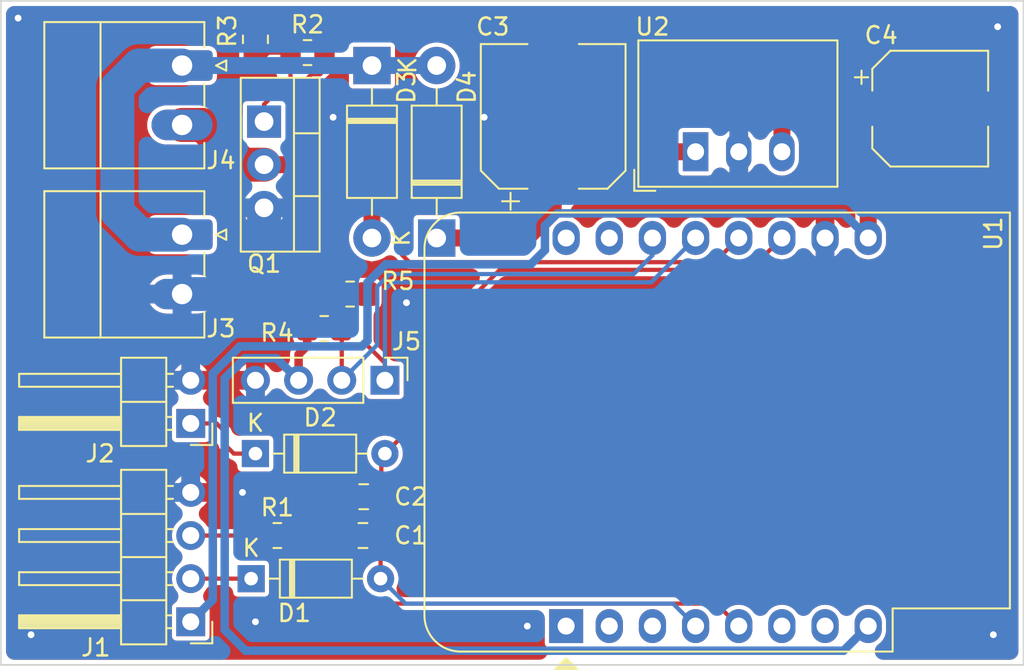
<source format=kicad_pcb>
(kicad_pcb (version 20171130) (host pcbnew "(5.1.9)-1")

  (general
    (thickness 1.6)
    (drawings 4)
    (tracks 159)
    (zones 0)
    (modules 21)
    (nets 24)
  )

  (page A4)
  (layers
    (0 F.Cu signal)
    (31 B.Cu signal)
    (32 B.Adhes user)
    (33 F.Adhes user)
    (34 B.Paste user)
    (35 F.Paste user)
    (36 B.SilkS user)
    (37 F.SilkS user)
    (38 B.Mask user)
    (39 F.Mask user)
    (40 Dwgs.User user)
    (41 Cmts.User user)
    (42 Eco1.User user)
    (43 Eco2.User user)
    (44 Edge.Cuts user)
    (45 Margin user)
    (46 B.CrtYd user)
    (47 F.CrtYd user)
    (48 B.Fab user)
    (49 F.Fab user)
  )

  (setup
    (last_trace_width 0.25)
    (user_trace_width 0.5)
    (user_trace_width 1)
    (user_trace_width 2)
    (trace_clearance 0.2)
    (zone_clearance 0.254)
    (zone_45_only no)
    (trace_min 0.2)
    (via_size 0.8)
    (via_drill 0.4)
    (via_min_size 0.4)
    (via_min_drill 0.3)
    (user_via 0.7 0.35)
    (user_via 1 0.6)
    (user_via 2 1)
    (uvia_size 0.3)
    (uvia_drill 0.1)
    (uvias_allowed no)
    (uvia_min_size 0.2)
    (uvia_min_drill 0.1)
    (edge_width 0.05)
    (segment_width 0.2)
    (pcb_text_width 0.3)
    (pcb_text_size 1.5 1.5)
    (mod_edge_width 0.12)
    (mod_text_size 1 1)
    (mod_text_width 0.15)
    (pad_size 1.524 1.524)
    (pad_drill 0.762)
    (pad_to_mask_clearance 0)
    (aux_axis_origin 0 0)
    (visible_elements 7FFFFFFF)
    (pcbplotparams
      (layerselection 0x010fc_ffffffff)
      (usegerberextensions true)
      (usegerberattributes false)
      (usegerberadvancedattributes false)
      (creategerberjobfile false)
      (excludeedgelayer true)
      (linewidth 0.100000)
      (plotframeref false)
      (viasonmask false)
      (mode 1)
      (useauxorigin false)
      (hpglpennumber 1)
      (hpglpenspeed 20)
      (hpglpendiameter 15.000000)
      (psnegative false)
      (psa4output false)
      (plotreference true)
      (plotvalue false)
      (plotinvisibletext false)
      (padsonsilk false)
      (subtractmaskfromsilk true)
      (outputformat 1)
      (mirror false)
      (drillshape 0)
      (scaleselection 1)
      (outputdirectory "gerber/"))
  )

  (net 0 "")
  (net 1 GND)
  (net 2 "Net-(C1-Pad1)")
  (net 3 "Net-(C2-Pad1)")
  (net 4 "Net-(C3-Pad1)")
  (net 5 +5V)
  (net 6 "Net-(D1-Pad1)")
  (net 7 "Net-(D2-Pad1)")
  (net 8 "Net-(D3-Pad2)")
  (net 9 "Net-(D4-Pad2)")
  (net 10 "Net-(J1-Pad3)")
  (net 11 "Net-(Q1-Pad1)")
  (net 12 "Net-(R1-Pad2)")
  (net 13 "Net-(R2-Pad2)")
  (net 14 "Net-(U1-Pad2)")
  (net 15 "Net-(U1-Pad1)")
  (net 16 "Net-(U1-Pad3)")
  (net 17 "Net-(U1-Pad6)")
  (net 18 "Net-(U1-Pad7)")
  (net 19 +3V3)
  (net 20 "Net-(U1-Pad15)")
  (net 21 "Net-(U1-Pad16)")
  (net 22 "Net-(J5-Pad2)")
  (net 23 "Net-(J5-Pad1)")

  (net_class Default "This is the default net class."
    (clearance 0.2)
    (trace_width 0.25)
    (via_dia 0.8)
    (via_drill 0.4)
    (uvia_dia 0.3)
    (uvia_drill 0.1)
    (add_net +3V3)
    (add_net +5V)
    (add_net GND)
    (add_net "Net-(C1-Pad1)")
    (add_net "Net-(C2-Pad1)")
    (add_net "Net-(C3-Pad1)")
    (add_net "Net-(D1-Pad1)")
    (add_net "Net-(D2-Pad1)")
    (add_net "Net-(D3-Pad2)")
    (add_net "Net-(D4-Pad2)")
    (add_net "Net-(J1-Pad3)")
    (add_net "Net-(J5-Pad1)")
    (add_net "Net-(J5-Pad2)")
    (add_net "Net-(Q1-Pad1)")
    (add_net "Net-(R1-Pad2)")
    (add_net "Net-(R2-Pad2)")
    (add_net "Net-(U1-Pad1)")
    (add_net "Net-(U1-Pad15)")
    (add_net "Net-(U1-Pad16)")
    (add_net "Net-(U1-Pad2)")
    (add_net "Net-(U1-Pad3)")
    (add_net "Net-(U1-Pad6)")
    (add_net "Net-(U1-Pad7)")
  )

  (module Connector_PinHeader_2.54mm:PinHeader_1x04_P2.54mm_Vertical (layer F.Cu) (tedit 59FED5CC) (tstamp 61D33A9B)
    (at 131.064 82.296 270)
    (descr "Through hole straight pin header, 1x04, 2.54mm pitch, single row")
    (tags "Through hole pin header THT 1x04 2.54mm single row")
    (path /61E12B85)
    (fp_text reference J5 (at -2.286 -1.27 180) (layer F.SilkS)
      (effects (font (size 1 1) (thickness 0.15)))
    )
    (fp_text value I2C (at 0 9.95 90) (layer F.Fab)
      (effects (font (size 1 1) (thickness 0.15)))
    )
    (fp_text user %R (at 0 3.81) (layer F.Fab)
      (effects (font (size 1 1) (thickness 0.15)))
    )
    (fp_line (start -0.635 -1.27) (end 1.27 -1.27) (layer F.Fab) (width 0.1))
    (fp_line (start 1.27 -1.27) (end 1.27 8.89) (layer F.Fab) (width 0.1))
    (fp_line (start 1.27 8.89) (end -1.27 8.89) (layer F.Fab) (width 0.1))
    (fp_line (start -1.27 8.89) (end -1.27 -0.635) (layer F.Fab) (width 0.1))
    (fp_line (start -1.27 -0.635) (end -0.635 -1.27) (layer F.Fab) (width 0.1))
    (fp_line (start -1.33 8.95) (end 1.33 8.95) (layer F.SilkS) (width 0.12))
    (fp_line (start -1.33 1.27) (end -1.33 8.95) (layer F.SilkS) (width 0.12))
    (fp_line (start 1.33 1.27) (end 1.33 8.95) (layer F.SilkS) (width 0.12))
    (fp_line (start -1.33 1.27) (end 1.33 1.27) (layer F.SilkS) (width 0.12))
    (fp_line (start -1.33 0) (end -1.33 -1.33) (layer F.SilkS) (width 0.12))
    (fp_line (start -1.33 -1.33) (end 0 -1.33) (layer F.SilkS) (width 0.12))
    (fp_line (start -1.8 -1.8) (end -1.8 9.4) (layer F.CrtYd) (width 0.05))
    (fp_line (start -1.8 9.4) (end 1.8 9.4) (layer F.CrtYd) (width 0.05))
    (fp_line (start 1.8 9.4) (end 1.8 -1.8) (layer F.CrtYd) (width 0.05))
    (fp_line (start 1.8 -1.8) (end -1.8 -1.8) (layer F.CrtYd) (width 0.05))
    (pad 4 thru_hole oval (at 0 7.62 270) (size 1.7 1.7) (drill 1) (layers *.Cu *.Mask)
      (net 1 GND))
    (pad 3 thru_hole oval (at 0 5.08 270) (size 1.7 1.7) (drill 1) (layers *.Cu *.Mask)
      (net 19 +3V3))
    (pad 2 thru_hole oval (at 0 2.54 270) (size 1.7 1.7) (drill 1) (layers *.Cu *.Mask)
      (net 22 "Net-(J5-Pad2)"))
    (pad 1 thru_hole rect (at 0 0 270) (size 1.7 1.7) (drill 1) (layers *.Cu *.Mask)
      (net 23 "Net-(J5-Pad1)"))
    (model ${KISYS3DMOD}/Connector_PinHeader_2.54mm.3dshapes/PinHeader_1x04_P2.54mm_Vertical.wrl
      (at (xyz 0 0 0))
      (scale (xyz 1 1 1))
      (rotate (xyz 0 0 0))
    )
  )

  (module Resistor_SMD:R_0805_2012Metric_Pad1.20x1.40mm_HandSolder (layer F.Cu) (tedit 5F68FEEE) (tstamp 61D32ADB)
    (at 129.016 77.216 180)
    (descr "Resistor SMD 0805 (2012 Metric), square (rectangular) end terminal, IPC_7351 nominal with elongated pad for handsoldering. (Body size source: IPC-SM-782 page 72, https://www.pcb-3d.com/wordpress/wp-content/uploads/ipc-sm-782a_amendment_1_and_2.pdf), generated with kicad-footprint-generator")
    (tags "resistor handsolder")
    (path /61E1955B)
    (attr smd)
    (fp_text reference R5 (at -2.81 0.762) (layer F.SilkS)
      (effects (font (size 1 1) (thickness 0.15)))
    )
    (fp_text value 4k7 (at 0 1.65) (layer F.Fab)
      (effects (font (size 1 1) (thickness 0.15)))
    )
    (fp_text user %R (at 0 0) (layer F.Fab)
      (effects (font (size 0.5 0.5) (thickness 0.08)))
    )
    (fp_line (start -1 0.625) (end -1 -0.625) (layer F.Fab) (width 0.1))
    (fp_line (start -1 -0.625) (end 1 -0.625) (layer F.Fab) (width 0.1))
    (fp_line (start 1 -0.625) (end 1 0.625) (layer F.Fab) (width 0.1))
    (fp_line (start 1 0.625) (end -1 0.625) (layer F.Fab) (width 0.1))
    (fp_line (start -0.227064 -0.735) (end 0.227064 -0.735) (layer F.SilkS) (width 0.12))
    (fp_line (start -0.227064 0.735) (end 0.227064 0.735) (layer F.SilkS) (width 0.12))
    (fp_line (start -1.85 0.95) (end -1.85 -0.95) (layer F.CrtYd) (width 0.05))
    (fp_line (start -1.85 -0.95) (end 1.85 -0.95) (layer F.CrtYd) (width 0.05))
    (fp_line (start 1.85 -0.95) (end 1.85 0.95) (layer F.CrtYd) (width 0.05))
    (fp_line (start 1.85 0.95) (end -1.85 0.95) (layer F.CrtYd) (width 0.05))
    (pad 2 smd roundrect (at 1 0 180) (size 1.2 1.4) (layers F.Cu F.Paste F.Mask) (roundrect_rratio 0.2083325)
      (net 19 +3V3))
    (pad 1 smd roundrect (at -1 0 180) (size 1.2 1.4) (layers F.Cu F.Paste F.Mask) (roundrect_rratio 0.2083325)
      (net 23 "Net-(J5-Pad1)"))
    (model ${KISYS3DMOD}/Resistor_SMD.3dshapes/R_0805_2012Metric.wrl
      (at (xyz 0 0 0))
      (scale (xyz 1 1 1))
      (rotate (xyz 0 0 0))
    )
  )

  (module Resistor_SMD:R_0805_2012Metric_Pad1.20x1.40mm_HandSolder (layer F.Cu) (tedit 5F68FEEE) (tstamp 61D32ACA)
    (at 127.492 79.248 180)
    (descr "Resistor SMD 0805 (2012 Metric), square (rectangular) end terminal, IPC_7351 nominal with elongated pad for handsoldering. (Body size source: IPC-SM-782 page 72, https://www.pcb-3d.com/wordpress/wp-content/uploads/ipc-sm-782a_amendment_1_and_2.pdf), generated with kicad-footprint-generator")
    (tags "resistor handsolder")
    (path /61E189A2)
    (attr smd)
    (fp_text reference R4 (at 2.778 -0.254) (layer F.SilkS)
      (effects (font (size 1 1) (thickness 0.15)))
    )
    (fp_text value 4k7 (at 0 1.65) (layer F.Fab)
      (effects (font (size 1 1) (thickness 0.15)))
    )
    (fp_text user %R (at 0 0) (layer F.Fab)
      (effects (font (size 0.5 0.5) (thickness 0.08)))
    )
    (fp_line (start -1 0.625) (end -1 -0.625) (layer F.Fab) (width 0.1))
    (fp_line (start -1 -0.625) (end 1 -0.625) (layer F.Fab) (width 0.1))
    (fp_line (start 1 -0.625) (end 1 0.625) (layer F.Fab) (width 0.1))
    (fp_line (start 1 0.625) (end -1 0.625) (layer F.Fab) (width 0.1))
    (fp_line (start -0.227064 -0.735) (end 0.227064 -0.735) (layer F.SilkS) (width 0.12))
    (fp_line (start -0.227064 0.735) (end 0.227064 0.735) (layer F.SilkS) (width 0.12))
    (fp_line (start -1.85 0.95) (end -1.85 -0.95) (layer F.CrtYd) (width 0.05))
    (fp_line (start -1.85 -0.95) (end 1.85 -0.95) (layer F.CrtYd) (width 0.05))
    (fp_line (start 1.85 -0.95) (end 1.85 0.95) (layer F.CrtYd) (width 0.05))
    (fp_line (start 1.85 0.95) (end -1.85 0.95) (layer F.CrtYd) (width 0.05))
    (pad 2 smd roundrect (at 1 0 180) (size 1.2 1.4) (layers F.Cu F.Paste F.Mask) (roundrect_rratio 0.2083325)
      (net 19 +3V3))
    (pad 1 smd roundrect (at -1 0 180) (size 1.2 1.4) (layers F.Cu F.Paste F.Mask) (roundrect_rratio 0.2083325)
      (net 22 "Net-(J5-Pad2)"))
    (model ${KISYS3DMOD}/Resistor_SMD.3dshapes/R_0805_2012Metric.wrl
      (at (xyz 0 0 0))
      (scale (xyz 1 1 1))
      (rotate (xyz 0 0 0))
    )
  )

  (module Module:WEMOS_D1_mini_light (layer F.Cu) (tedit 5BBFB1CE) (tstamp 61D2AE4B)
    (at 141.732 96.774 90)
    (descr "16-pin module, column spacing 22.86 mm (900 mils), https://wiki.wemos.cc/products:d1:d1_mini, https://c1.staticflickr.com/1/734/31400410271_f278b087db_z.jpg")
    (tags "ESP8266 WiFi microcontroller")
    (path /61D21889)
    (fp_text reference U1 (at 23.114 25.146 90) (layer F.SilkS)
      (effects (font (size 1 1) (thickness 0.15)))
    )
    (fp_text value WeMos_D1_mini (at 11.7 0 90) (layer F.Fab)
      (effects (font (size 1 1) (thickness 0.15)))
    )
    (fp_line (start 1.04 26.12) (end 24.36 26.12) (layer F.SilkS) (width 0.12))
    (fp_line (start -1.5 19.22) (end -1.5 -6.21) (layer F.SilkS) (width 0.12))
    (fp_line (start 24.36 26.12) (end 24.36 -6.21) (layer F.SilkS) (width 0.12))
    (fp_line (start 22.24 -8.34) (end 0.63 -8.34) (layer F.SilkS) (width 0.12))
    (fp_line (start 1.17 25.99) (end 24.23 25.99) (layer F.Fab) (width 0.1))
    (fp_line (start 24.23 25.99) (end 24.23 -6.21) (layer F.Fab) (width 0.1))
    (fp_line (start 22.23 -8.21) (end 0.63 -8.21) (layer F.Fab) (width 0.1))
    (fp_line (start -1.37 1) (end -1.37 19.09) (layer F.Fab) (width 0.1))
    (fp_line (start -1.62 -8.46) (end 24.48 -8.46) (layer F.CrtYd) (width 0.05))
    (fp_line (start 24.48 -8.41) (end 24.48 26.24) (layer F.CrtYd) (width 0.05))
    (fp_line (start 24.48 26.24) (end -1.62 26.24) (layer F.CrtYd) (width 0.05))
    (fp_line (start -1.62 26.24) (end -1.62 -8.46) (layer F.CrtYd) (width 0.05))
    (fp_poly (pts (xy -2.54 -0.635) (xy -2.54 0.635) (xy -1.905 0)) (layer F.SilkS) (width 0.15))
    (fp_line (start -1.35 -1.4) (end 24.25 -1.4) (layer Dwgs.User) (width 0.1))
    (fp_line (start 24.25 -1.4) (end 24.25 -8.2) (layer Dwgs.User) (width 0.1))
    (fp_line (start 24.25 -8.2) (end -1.35 -8.2) (layer Dwgs.User) (width 0.1))
    (fp_line (start -1.35 -8.2) (end -1.35 -1.4) (layer Dwgs.User) (width 0.1))
    (fp_line (start -1.35 -1.4) (end 5.45 -8.2) (layer Dwgs.User) (width 0.1))
    (fp_line (start 0.65 -1.4) (end 7.45 -8.2) (layer Dwgs.User) (width 0.1))
    (fp_line (start 2.65 -1.4) (end 9.45 -8.2) (layer Dwgs.User) (width 0.1))
    (fp_line (start 4.65 -1.4) (end 11.45 -8.2) (layer Dwgs.User) (width 0.1))
    (fp_line (start 6.65 -1.4) (end 13.45 -8.2) (layer Dwgs.User) (width 0.1))
    (fp_line (start 8.65 -1.4) (end 15.45 -8.2) (layer Dwgs.User) (width 0.1))
    (fp_line (start 10.65 -1.4) (end 17.45 -8.2) (layer Dwgs.User) (width 0.1))
    (fp_line (start 12.65 -1.4) (end 19.45 -8.2) (layer Dwgs.User) (width 0.1))
    (fp_line (start 14.65 -1.4) (end 21.45 -8.2) (layer Dwgs.User) (width 0.1))
    (fp_line (start 16.65 -1.4) (end 23.45 -8.2) (layer Dwgs.User) (width 0.1))
    (fp_line (start 18.65 -1.4) (end 24.25 -7) (layer Dwgs.User) (width 0.1))
    (fp_line (start 20.65 -1.4) (end 24.25 -5) (layer Dwgs.User) (width 0.1))
    (fp_line (start 22.65 -1.4) (end 24.25 -3) (layer Dwgs.User) (width 0.1))
    (fp_line (start -1.35 -3.4) (end 3.45 -8.2) (layer Dwgs.User) (width 0.1))
    (fp_line (start -1.3 -5.45) (end 1.45 -8.2) (layer Dwgs.User) (width 0.1))
    (fp_line (start -1.35 -7.4) (end -0.55 -8.2) (layer Dwgs.User) (width 0.1))
    (fp_line (start -1.37 19.09) (end 1.17 19.09) (layer F.Fab) (width 0.1))
    (fp_line (start 1.17 19.09) (end 1.17 25.99) (layer F.Fab) (width 0.1))
    (fp_line (start -1.37 -6.21) (end -1.37 -1) (layer F.Fab) (width 0.1))
    (fp_line (start -1.37 1) (end -0.37 0) (layer F.Fab) (width 0.1))
    (fp_line (start -0.37 0) (end -1.37 -1) (layer F.Fab) (width 0.1))
    (fp_line (start -1.5 19.22) (end 1.04 19.22) (layer F.SilkS) (width 0.12))
    (fp_line (start 1.04 19.22) (end 1.04 26.12) (layer F.SilkS) (width 0.12))
    (fp_text user %R (at 11.43 10 90) (layer F.Fab)
      (effects (font (size 1 1) (thickness 0.15)))
    )
    (fp_arc (start 0.63 -6.21) (end 0.63 -8.21) (angle -90) (layer F.Fab) (width 0.1))
    (fp_arc (start 22.23 -6.21) (end 24.23 -6.19) (angle -90) (layer F.Fab) (width 0.1))
    (fp_arc (start 0.63 -6.21) (end 0.63 -8.34) (angle -90) (layer F.SilkS) (width 0.12))
    (fp_arc (start 22.23 -6.21) (end 24.36 -6.21) (angle -90) (layer F.SilkS) (width 0.12))
    (fp_text user "KEEP OUT" (at 11.43 -6.35 90) (layer Cmts.User)
      (effects (font (size 1 1) (thickness 0.15)))
    )
    (fp_text user "No copper" (at 11.43 -3.81 90) (layer Cmts.User)
      (effects (font (size 1 1) (thickness 0.15)))
    )
    (pad 2 thru_hole oval (at 0 2.54 90) (size 2 1.6) (drill 1) (layers *.Cu *.Mask)
      (net 14 "Net-(U1-Pad2)"))
    (pad 1 thru_hole rect (at 0 0 90) (size 2 2) (drill 1) (layers *.Cu *.Mask)
      (net 15 "Net-(U1-Pad1)"))
    (pad 3 thru_hole oval (at 0 5.08 90) (size 2 1.6) (drill 1) (layers *.Cu *.Mask)
      (net 16 "Net-(U1-Pad3)"))
    (pad 4 thru_hole oval (at 0 7.62 90) (size 2 1.6) (drill 1) (layers *.Cu *.Mask)
      (net 2 "Net-(C1-Pad1)"))
    (pad 5 thru_hole oval (at 0 10.16 90) (size 2 1.6) (drill 1) (layers *.Cu *.Mask)
      (net 12 "Net-(R1-Pad2)"))
    (pad 6 thru_hole oval (at 0 12.7 90) (size 2 1.6) (drill 1) (layers *.Cu *.Mask)
      (net 17 "Net-(U1-Pad6)"))
    (pad 7 thru_hole oval (at 0 15.24 90) (size 2 1.6) (drill 1) (layers *.Cu *.Mask)
      (net 18 "Net-(U1-Pad7)"))
    (pad 8 thru_hole oval (at 0 17.78 90) (size 2 1.6) (drill 1) (layers *.Cu *.Mask)
      (net 19 +3V3))
    (pad 9 thru_hole oval (at 22.86 17.78 90) (size 2 1.6) (drill 1) (layers *.Cu *.Mask)
      (net 5 +5V))
    (pad 10 thru_hole oval (at 22.86 15.24 90) (size 2 1.6) (drill 1) (layers *.Cu *.Mask)
      (net 1 GND))
    (pad 11 thru_hole oval (at 22.86 12.7 90) (size 2 1.6) (drill 1) (layers *.Cu *.Mask)
      (net 3 "Net-(C2-Pad1)"))
    (pad 12 thru_hole oval (at 22.86 10.16 90) (size 2 1.6) (drill 1) (layers *.Cu *.Mask)
      (net 13 "Net-(R2-Pad2)"))
    (pad 13 thru_hole oval (at 22.86 7.62 90) (size 2 1.6) (drill 1) (layers *.Cu *.Mask)
      (net 23 "Net-(J5-Pad1)"))
    (pad 14 thru_hole oval (at 22.86 5.08 90) (size 2 1.6) (drill 1) (layers *.Cu *.Mask)
      (net 22 "Net-(J5-Pad2)"))
    (pad 15 thru_hole oval (at 22.86 2.54 90) (size 2 1.6) (drill 1) (layers *.Cu *.Mask)
      (net 20 "Net-(U1-Pad15)"))
    (pad 16 thru_hole oval (at 22.86 0 90) (size 2 1.6) (drill 1) (layers *.Cu *.Mask)
      (net 21 "Net-(U1-Pad16)"))
    (model ${KISYS3DMOD}/Module.3dshapes/WEMOS_D1_mini_light.wrl
      (at (xyz 0 0 0))
      (scale (xyz 1 1 1))
      (rotate (xyz 0 0 0))
    )
    (model ${KISYS3DMOD}/Connector_PinHeader_2.54mm.3dshapes/PinHeader_1x08_P2.54mm_Vertical.wrl
      (offset (xyz 0 0 9.5))
      (scale (xyz 1 1 1))
      (rotate (xyz 0 -180 0))
    )
    (model ${KISYS3DMOD}/Connector_PinHeader_2.54mm.3dshapes/PinHeader_1x08_P2.54mm_Vertical.wrl
      (offset (xyz 22.86 0 9.5))
      (scale (xyz 1 1 1))
      (rotate (xyz 0 -180 0))
    )
    (model ${KISYS3DMOD}/Connector_PinSocket_2.54mm.3dshapes/PinSocket_1x08_P2.54mm_Vertical.wrl
      (at (xyz 0 0 0))
      (scale (xyz 1 1 1))
      (rotate (xyz 0 0 0))
    )
    (model ${KISYS3DMOD}/Connector_PinSocket_2.54mm.3dshapes/PinSocket_1x08_P2.54mm_Vertical.wrl
      (offset (xyz 22.86 0 0))
      (scale (xyz 1 1 1))
      (rotate (xyz 0 0 0))
    )
  )

  (module Capacitor_SMD:CP_Elec_6.3x7.7 (layer F.Cu) (tedit 5BCA39D0) (tstamp 61D2C172)
    (at 163.162 66.294)
    (descr "SMD capacitor, aluminum electrolytic, Nichicon, 6.3x7.7mm")
    (tags "capacitor electrolytic")
    (path /61D39810)
    (attr smd)
    (fp_text reference C4 (at -2.888 -4.318) (layer F.SilkS)
      (effects (font (size 1 1) (thickness 0.15)))
    )
    (fp_text value 100µ (at 0 4.35) (layer F.Fab)
      (effects (font (size 1 1) (thickness 0.15)))
    )
    (fp_circle (center 0 0) (end 3.15 0) (layer F.Fab) (width 0.1))
    (fp_line (start 3.3 -3.3) (end 3.3 3.3) (layer F.Fab) (width 0.1))
    (fp_line (start -2.3 -3.3) (end 3.3 -3.3) (layer F.Fab) (width 0.1))
    (fp_line (start -2.3 3.3) (end 3.3 3.3) (layer F.Fab) (width 0.1))
    (fp_line (start -3.3 -2.3) (end -3.3 2.3) (layer F.Fab) (width 0.1))
    (fp_line (start -3.3 -2.3) (end -2.3 -3.3) (layer F.Fab) (width 0.1))
    (fp_line (start -3.3 2.3) (end -2.3 3.3) (layer F.Fab) (width 0.1))
    (fp_line (start -2.704838 -1.33) (end -2.074838 -1.33) (layer F.Fab) (width 0.1))
    (fp_line (start -2.389838 -1.645) (end -2.389838 -1.015) (layer F.Fab) (width 0.1))
    (fp_line (start 3.41 3.41) (end 3.41 1.06) (layer F.SilkS) (width 0.12))
    (fp_line (start 3.41 -3.41) (end 3.41 -1.06) (layer F.SilkS) (width 0.12))
    (fp_line (start -2.345563 -3.41) (end 3.41 -3.41) (layer F.SilkS) (width 0.12))
    (fp_line (start -2.345563 3.41) (end 3.41 3.41) (layer F.SilkS) (width 0.12))
    (fp_line (start -3.41 2.345563) (end -3.41 1.06) (layer F.SilkS) (width 0.12))
    (fp_line (start -3.41 -2.345563) (end -3.41 -1.06) (layer F.SilkS) (width 0.12))
    (fp_line (start -3.41 -2.345563) (end -2.345563 -3.41) (layer F.SilkS) (width 0.12))
    (fp_line (start -3.41 2.345563) (end -2.345563 3.41) (layer F.SilkS) (width 0.12))
    (fp_line (start -4.4375 -1.8475) (end -3.65 -1.8475) (layer F.SilkS) (width 0.12))
    (fp_line (start -4.04375 -2.24125) (end -4.04375 -1.45375) (layer F.SilkS) (width 0.12))
    (fp_line (start 3.55 -3.55) (end 3.55 -1.05) (layer F.CrtYd) (width 0.05))
    (fp_line (start 3.55 -1.05) (end 4.7 -1.05) (layer F.CrtYd) (width 0.05))
    (fp_line (start 4.7 -1.05) (end 4.7 1.05) (layer F.CrtYd) (width 0.05))
    (fp_line (start 4.7 1.05) (end 3.55 1.05) (layer F.CrtYd) (width 0.05))
    (fp_line (start 3.55 1.05) (end 3.55 3.55) (layer F.CrtYd) (width 0.05))
    (fp_line (start -2.4 3.55) (end 3.55 3.55) (layer F.CrtYd) (width 0.05))
    (fp_line (start -2.4 -3.55) (end 3.55 -3.55) (layer F.CrtYd) (width 0.05))
    (fp_line (start -3.55 2.4) (end -2.4 3.55) (layer F.CrtYd) (width 0.05))
    (fp_line (start -3.55 -2.4) (end -2.4 -3.55) (layer F.CrtYd) (width 0.05))
    (fp_line (start -3.55 -2.4) (end -3.55 -1.05) (layer F.CrtYd) (width 0.05))
    (fp_line (start -3.55 1.05) (end -3.55 2.4) (layer F.CrtYd) (width 0.05))
    (fp_line (start -3.55 -1.05) (end -4.7 -1.05) (layer F.CrtYd) (width 0.05))
    (fp_line (start -4.7 -1.05) (end -4.7 1.05) (layer F.CrtYd) (width 0.05))
    (fp_line (start -4.7 1.05) (end -3.55 1.05) (layer F.CrtYd) (width 0.05))
    (fp_text user %R (at 0 0) (layer F.Fab)
      (effects (font (size 1 1) (thickness 0.15)))
    )
    (pad 1 smd roundrect (at -2.7 0) (size 3.5 1.6) (layers F.Cu F.Paste F.Mask) (roundrect_rratio 0.15625)
      (net 5 +5V))
    (pad 2 smd roundrect (at 2.7 0) (size 3.5 1.6) (layers F.Cu F.Paste F.Mask) (roundrect_rratio 0.15625)
      (net 1 GND))
    (model ${KISYS3DMOD}/Capacitor_SMD.3dshapes/CP_Elec_6.3x7.7.wrl
      (at (xyz 0 0 0))
      (scale (xyz 1 1 1))
      (rotate (xyz 0 0 0))
    )
  )

  (module Package_TO_SOT_THT:TO-220-3_Vertical (layer F.Cu) (tedit 5AC8BA0D) (tstamp 61D30835)
    (at 123.952 67.056 270)
    (descr "TO-220-3, Vertical, RM 2.54mm, see https://www.vishay.com/docs/66542/to-220-1.pdf")
    (tags "TO-220-3 Vertical RM 2.54mm")
    (path /61D22C04)
    (fp_text reference Q1 (at 8.382 0 180) (layer F.SilkS)
      (effects (font (size 1 1) (thickness 0.15)))
    )
    (fp_text value IRLZ44N (at 2.54 2.5 90) (layer F.Fab)
      (effects (font (size 1 1) (thickness 0.15)))
    )
    (fp_text user %R (at 2.54 -4.27 90) (layer F.Fab)
      (effects (font (size 1 1) (thickness 0.15)))
    )
    (fp_line (start -2.46 -3.15) (end -2.46 1.25) (layer F.Fab) (width 0.1))
    (fp_line (start -2.46 1.25) (end 7.54 1.25) (layer F.Fab) (width 0.1))
    (fp_line (start 7.54 1.25) (end 7.54 -3.15) (layer F.Fab) (width 0.1))
    (fp_line (start 7.54 -3.15) (end -2.46 -3.15) (layer F.Fab) (width 0.1))
    (fp_line (start -2.46 -1.88) (end 7.54 -1.88) (layer F.Fab) (width 0.1))
    (fp_line (start 0.69 -3.15) (end 0.69 -1.88) (layer F.Fab) (width 0.1))
    (fp_line (start 4.39 -3.15) (end 4.39 -1.88) (layer F.Fab) (width 0.1))
    (fp_line (start -2.58 -3.27) (end 7.66 -3.27) (layer F.SilkS) (width 0.12))
    (fp_line (start -2.58 1.371) (end 7.66 1.371) (layer F.SilkS) (width 0.12))
    (fp_line (start -2.58 -3.27) (end -2.58 1.371) (layer F.SilkS) (width 0.12))
    (fp_line (start 7.66 -3.27) (end 7.66 1.371) (layer F.SilkS) (width 0.12))
    (fp_line (start -2.58 -1.76) (end 7.66 -1.76) (layer F.SilkS) (width 0.12))
    (fp_line (start 0.69 -3.27) (end 0.69 -1.76) (layer F.SilkS) (width 0.12))
    (fp_line (start 4.391 -3.27) (end 4.391 -1.76) (layer F.SilkS) (width 0.12))
    (fp_line (start -2.71 -3.4) (end -2.71 1.51) (layer F.CrtYd) (width 0.05))
    (fp_line (start -2.71 1.51) (end 7.79 1.51) (layer F.CrtYd) (width 0.05))
    (fp_line (start 7.79 1.51) (end 7.79 -3.4) (layer F.CrtYd) (width 0.05))
    (fp_line (start 7.79 -3.4) (end -2.71 -3.4) (layer F.CrtYd) (width 0.05))
    (pad 3 thru_hole oval (at 5.08 0 270) (size 1.905 2) (drill 1.1) (layers *.Cu *.Mask)
      (net 1 GND))
    (pad 2 thru_hole oval (at 2.54 0 270) (size 1.905 2) (drill 1.1) (layers *.Cu *.Mask)
      (net 9 "Net-(D4-Pad2)"))
    (pad 1 thru_hole rect (at 0 0 270) (size 1.905 2) (drill 1.1) (layers *.Cu *.Mask)
      (net 11 "Net-(Q1-Pad1)"))
    (model ${KISYS3DMOD}/Package_TO_SOT_THT.3dshapes/TO-220-3_Vertical.wrl
      (at (xyz 0 0 0))
      (scale (xyz 1 1 1))
      (rotate (xyz 0 0 0))
    )
  )

  (module Capacitor_SMD:CP_Elec_8x10 (layer F.Cu) (tedit 5BCA39D0) (tstamp 61D30B07)
    (at 140.97 66.75 90)
    (descr "SMD capacitor, aluminum electrolytic, Nichicon, 8.0x10mm")
    (tags "capacitor electrolytic")
    (path /61D3892A)
    (attr smd)
    (fp_text reference C3 (at 5.282 -3.556) (layer F.SilkS)
      (effects (font (size 1 1) (thickness 0.15)))
    )
    (fp_text value 470µF (at 0 5.2 90) (layer F.Fab)
      (effects (font (size 1 1) (thickness 0.15)))
    )
    (fp_circle (center 0 0) (end 4 0) (layer F.Fab) (width 0.1))
    (fp_line (start 4.15 -4.15) (end 4.15 4.15) (layer F.Fab) (width 0.1))
    (fp_line (start -3.15 -4.15) (end 4.15 -4.15) (layer F.Fab) (width 0.1))
    (fp_line (start -3.15 4.15) (end 4.15 4.15) (layer F.Fab) (width 0.1))
    (fp_line (start -4.15 -3.15) (end -4.15 3.15) (layer F.Fab) (width 0.1))
    (fp_line (start -4.15 -3.15) (end -3.15 -4.15) (layer F.Fab) (width 0.1))
    (fp_line (start -4.15 3.15) (end -3.15 4.15) (layer F.Fab) (width 0.1))
    (fp_line (start -3.562278 -1.5) (end -2.762278 -1.5) (layer F.Fab) (width 0.1))
    (fp_line (start -3.162278 -1.9) (end -3.162278 -1.1) (layer F.Fab) (width 0.1))
    (fp_line (start 4.26 4.26) (end 4.26 1.51) (layer F.SilkS) (width 0.12))
    (fp_line (start 4.26 -4.26) (end 4.26 -1.51) (layer F.SilkS) (width 0.12))
    (fp_line (start -3.195563 -4.26) (end 4.26 -4.26) (layer F.SilkS) (width 0.12))
    (fp_line (start -3.195563 4.26) (end 4.26 4.26) (layer F.SilkS) (width 0.12))
    (fp_line (start -4.26 3.195563) (end -4.26 1.51) (layer F.SilkS) (width 0.12))
    (fp_line (start -4.26 -3.195563) (end -4.26 -1.51) (layer F.SilkS) (width 0.12))
    (fp_line (start -4.26 -3.195563) (end -3.195563 -4.26) (layer F.SilkS) (width 0.12))
    (fp_line (start -4.26 3.195563) (end -3.195563 4.26) (layer F.SilkS) (width 0.12))
    (fp_line (start -5.5 -2.51) (end -4.5 -2.51) (layer F.SilkS) (width 0.12))
    (fp_line (start -5 -3.01) (end -5 -2.01) (layer F.SilkS) (width 0.12))
    (fp_line (start 4.4 -4.4) (end 4.4 -1.5) (layer F.CrtYd) (width 0.05))
    (fp_line (start 4.4 -1.5) (end 5.25 -1.5) (layer F.CrtYd) (width 0.05))
    (fp_line (start 5.25 -1.5) (end 5.25 1.5) (layer F.CrtYd) (width 0.05))
    (fp_line (start 5.25 1.5) (end 4.4 1.5) (layer F.CrtYd) (width 0.05))
    (fp_line (start 4.4 1.5) (end 4.4 4.4) (layer F.CrtYd) (width 0.05))
    (fp_line (start -3.25 4.4) (end 4.4 4.4) (layer F.CrtYd) (width 0.05))
    (fp_line (start -3.25 -4.4) (end 4.4 -4.4) (layer F.CrtYd) (width 0.05))
    (fp_line (start -4.4 3.25) (end -3.25 4.4) (layer F.CrtYd) (width 0.05))
    (fp_line (start -4.4 -3.25) (end -3.25 -4.4) (layer F.CrtYd) (width 0.05))
    (fp_line (start -4.4 -3.25) (end -4.4 -1.5) (layer F.CrtYd) (width 0.05))
    (fp_line (start -4.4 1.5) (end -4.4 3.25) (layer F.CrtYd) (width 0.05))
    (fp_line (start -4.4 -1.5) (end -5.25 -1.5) (layer F.CrtYd) (width 0.05))
    (fp_line (start -5.25 -1.5) (end -5.25 1.5) (layer F.CrtYd) (width 0.05))
    (fp_line (start -5.25 1.5) (end -4.4 1.5) (layer F.CrtYd) (width 0.05))
    (fp_text user %R (at 0 0 90) (layer F.Fab)
      (effects (font (size 1 1) (thickness 0.15)))
    )
    (pad 1 smd roundrect (at -3.25 0 90) (size 3.5 2.5) (layers F.Cu F.Paste F.Mask) (roundrect_rratio 0.1)
      (net 4 "Net-(C3-Pad1)"))
    (pad 2 smd roundrect (at 3.25 0 90) (size 3.5 2.5) (layers F.Cu F.Paste F.Mask) (roundrect_rratio 0.1)
      (net 1 GND))
    (model ${KISYS3DMOD}/Capacitor_SMD.3dshapes/CP_Elec_8x10.wrl
      (at (xyz 0 0 0))
      (scale (xyz 1 1 1))
      (rotate (xyz 0 0 0))
    )
  )

  (module Capacitor_SMD:C_0805_2012Metric_Pad1.18x1.45mm_HandSolder (layer F.Cu) (tedit 5F68FEEF) (tstamp 61D288E5)
    (at 129.7725 91.44 180)
    (descr "Capacitor SMD 0805 (2012 Metric), square (rectangular) end terminal, IPC_7351 nominal with elongated pad for handsoldering. (Body size source: IPC-SM-782 page 76, https://www.pcb-3d.com/wordpress/wp-content/uploads/ipc-sm-782a_amendment_1_and_2.pdf, https://docs.google.com/spreadsheets/d/1BsfQQcO9C6DZCsRaXUlFlo91Tg2WpOkGARC1WS5S8t0/edit?usp=sharing), generated with kicad-footprint-generator")
    (tags "capacitor handsolder")
    (path /61D2F740)
    (attr smd)
    (fp_text reference C1 (at -2.8155 0) (layer F.SilkS)
      (effects (font (size 1 1) (thickness 0.15)))
    )
    (fp_text value 10n (at 0 1.68) (layer F.Fab)
      (effects (font (size 1 1) (thickness 0.15)))
    )
    (fp_line (start 1.88 0.98) (end -1.88 0.98) (layer F.CrtYd) (width 0.05))
    (fp_line (start 1.88 -0.98) (end 1.88 0.98) (layer F.CrtYd) (width 0.05))
    (fp_line (start -1.88 -0.98) (end 1.88 -0.98) (layer F.CrtYd) (width 0.05))
    (fp_line (start -1.88 0.98) (end -1.88 -0.98) (layer F.CrtYd) (width 0.05))
    (fp_line (start -0.261252 0.735) (end 0.261252 0.735) (layer F.SilkS) (width 0.12))
    (fp_line (start -0.261252 -0.735) (end 0.261252 -0.735) (layer F.SilkS) (width 0.12))
    (fp_line (start 1 0.625) (end -1 0.625) (layer F.Fab) (width 0.1))
    (fp_line (start 1 -0.625) (end 1 0.625) (layer F.Fab) (width 0.1))
    (fp_line (start -1 -0.625) (end 1 -0.625) (layer F.Fab) (width 0.1))
    (fp_line (start -1 0.625) (end -1 -0.625) (layer F.Fab) (width 0.1))
    (fp_text user %R (at 0 0) (layer F.Fab)
      (effects (font (size 0.5 0.5) (thickness 0.08)))
    )
    (pad 2 smd roundrect (at 1.0375 0 180) (size 1.175 1.45) (layers F.Cu F.Paste F.Mask) (roundrect_rratio 0.2127659574468085)
      (net 1 GND))
    (pad 1 smd roundrect (at -1.0375 0 180) (size 1.175 1.45) (layers F.Cu F.Paste F.Mask) (roundrect_rratio 0.2127659574468085)
      (net 2 "Net-(C1-Pad1)"))
    (model ${KISYS3DMOD}/Capacitor_SMD.3dshapes/C_0805_2012Metric.wrl
      (at (xyz 0 0 0))
      (scale (xyz 1 1 1))
      (rotate (xyz 0 0 0))
    )
  )

  (module Capacitor_SMD:C_0805_2012Metric_Pad1.18x1.45mm_HandSolder (layer F.Cu) (tedit 5F68FEEF) (tstamp 61D288F6)
    (at 129.8155 89.154 180)
    (descr "Capacitor SMD 0805 (2012 Metric), square (rectangular) end terminal, IPC_7351 nominal with elongated pad for handsoldering. (Body size source: IPC-SM-782 page 76, https://www.pcb-3d.com/wordpress/wp-content/uploads/ipc-sm-782a_amendment_1_and_2.pdf, https://docs.google.com/spreadsheets/d/1BsfQQcO9C6DZCsRaXUlFlo91Tg2WpOkGARC1WS5S8t0/edit?usp=sharing), generated with kicad-footprint-generator")
    (tags "capacitor handsolder")
    (path /61D32638)
    (attr smd)
    (fp_text reference C2 (at -2.7725 0) (layer F.SilkS)
      (effects (font (size 1 1) (thickness 0.15)))
    )
    (fp_text value 10n (at 0 1.68) (layer F.Fab)
      (effects (font (size 1 1) (thickness 0.15)))
    )
    (fp_line (start -1 0.625) (end -1 -0.625) (layer F.Fab) (width 0.1))
    (fp_line (start -1 -0.625) (end 1 -0.625) (layer F.Fab) (width 0.1))
    (fp_line (start 1 -0.625) (end 1 0.625) (layer F.Fab) (width 0.1))
    (fp_line (start 1 0.625) (end -1 0.625) (layer F.Fab) (width 0.1))
    (fp_line (start -0.261252 -0.735) (end 0.261252 -0.735) (layer F.SilkS) (width 0.12))
    (fp_line (start -0.261252 0.735) (end 0.261252 0.735) (layer F.SilkS) (width 0.12))
    (fp_line (start -1.88 0.98) (end -1.88 -0.98) (layer F.CrtYd) (width 0.05))
    (fp_line (start -1.88 -0.98) (end 1.88 -0.98) (layer F.CrtYd) (width 0.05))
    (fp_line (start 1.88 -0.98) (end 1.88 0.98) (layer F.CrtYd) (width 0.05))
    (fp_line (start 1.88 0.98) (end -1.88 0.98) (layer F.CrtYd) (width 0.05))
    (fp_text user %R (at 0 0) (layer F.Fab)
      (effects (font (size 0.5 0.5) (thickness 0.08)))
    )
    (pad 1 smd roundrect (at -1.0375 0 180) (size 1.175 1.45) (layers F.Cu F.Paste F.Mask) (roundrect_rratio 0.2127659574468085)
      (net 3 "Net-(C2-Pad1)"))
    (pad 2 smd roundrect (at 1.0375 0 180) (size 1.175 1.45) (layers F.Cu F.Paste F.Mask) (roundrect_rratio 0.2127659574468085)
      (net 1 GND))
    (model ${KISYS3DMOD}/Capacitor_SMD.3dshapes/C_0805_2012Metric.wrl
      (at (xyz 0 0 0))
      (scale (xyz 1 1 1))
      (rotate (xyz 0 0 0))
    )
  )

  (module Diode_THT:D_DO-35_SOD27_P7.62mm_Horizontal (layer F.Cu) (tedit 5AE50CD5) (tstamp 61D2CAF2)
    (at 123.19 93.98)
    (descr "Diode, DO-35_SOD27 series, Axial, Horizontal, pin pitch=7.62mm, , length*diameter=4*2mm^2, , http://www.diodes.com/_files/packages/DO-35.pdf")
    (tags "Diode DO-35_SOD27 series Axial Horizontal pin pitch 7.62mm  length 4mm diameter 2mm")
    (path /61D35ED1)
    (fp_text reference D1 (at 2.54 2.032) (layer F.SilkS)
      (effects (font (size 1 1) (thickness 0.15)))
    )
    (fp_text value BAT42 (at 3.81 2.12) (layer F.Fab)
      (effects (font (size 1 1) (thickness 0.15)))
    )
    (fp_line (start 8.67 -1.25) (end -1.05 -1.25) (layer F.CrtYd) (width 0.05))
    (fp_line (start 8.67 1.25) (end 8.67 -1.25) (layer F.CrtYd) (width 0.05))
    (fp_line (start -1.05 1.25) (end 8.67 1.25) (layer F.CrtYd) (width 0.05))
    (fp_line (start -1.05 -1.25) (end -1.05 1.25) (layer F.CrtYd) (width 0.05))
    (fp_line (start 2.29 -1.12) (end 2.29 1.12) (layer F.SilkS) (width 0.12))
    (fp_line (start 2.53 -1.12) (end 2.53 1.12) (layer F.SilkS) (width 0.12))
    (fp_line (start 2.41 -1.12) (end 2.41 1.12) (layer F.SilkS) (width 0.12))
    (fp_line (start 6.58 0) (end 5.93 0) (layer F.SilkS) (width 0.12))
    (fp_line (start 1.04 0) (end 1.69 0) (layer F.SilkS) (width 0.12))
    (fp_line (start 5.93 -1.12) (end 1.69 -1.12) (layer F.SilkS) (width 0.12))
    (fp_line (start 5.93 1.12) (end 5.93 -1.12) (layer F.SilkS) (width 0.12))
    (fp_line (start 1.69 1.12) (end 5.93 1.12) (layer F.SilkS) (width 0.12))
    (fp_line (start 1.69 -1.12) (end 1.69 1.12) (layer F.SilkS) (width 0.12))
    (fp_line (start 2.31 -1) (end 2.31 1) (layer F.Fab) (width 0.1))
    (fp_line (start 2.51 -1) (end 2.51 1) (layer F.Fab) (width 0.1))
    (fp_line (start 2.41 -1) (end 2.41 1) (layer F.Fab) (width 0.1))
    (fp_line (start 7.62 0) (end 5.81 0) (layer F.Fab) (width 0.1))
    (fp_line (start 0 0) (end 1.81 0) (layer F.Fab) (width 0.1))
    (fp_line (start 5.81 -1) (end 1.81 -1) (layer F.Fab) (width 0.1))
    (fp_line (start 5.81 1) (end 5.81 -1) (layer F.Fab) (width 0.1))
    (fp_line (start 1.81 1) (end 5.81 1) (layer F.Fab) (width 0.1))
    (fp_line (start 1.81 -1) (end 1.81 1) (layer F.Fab) (width 0.1))
    (fp_text user K (at 0 -1.8) (layer F.SilkS)
      (effects (font (size 1 1) (thickness 0.15)))
    )
    (fp_text user K (at 0 -1.8) (layer F.Fab)
      (effects (font (size 1 1) (thickness 0.15)))
    )
    (fp_text user %R (at 4.11 0) (layer F.Fab)
      (effects (font (size 0.8 0.8) (thickness 0.12)))
    )
    (pad 2 thru_hole oval (at 7.62 0) (size 1.6 1.6) (drill 0.8) (layers *.Cu *.Mask)
      (net 2 "Net-(C1-Pad1)"))
    (pad 1 thru_hole rect (at 0 0) (size 1.6 1.6) (drill 0.8) (layers *.Cu *.Mask)
      (net 6 "Net-(D1-Pad1)"))
    (model ${KISYS3DMOD}/Diode_THT.3dshapes/D_DO-35_SOD27_P7.62mm_Horizontal.wrl
      (at (xyz 0 0 0))
      (scale (xyz 1 1 1))
      (rotate (xyz 0 0 0))
    )
  )

  (module Diode_THT:D_DO-35_SOD27_P7.62mm_Horizontal (layer F.Cu) (tedit 5AE50CD5) (tstamp 61D28984)
    (at 123.444 86.614)
    (descr "Diode, DO-35_SOD27 series, Axial, Horizontal, pin pitch=7.62mm, , length*diameter=4*2mm^2, , http://www.diodes.com/_files/packages/DO-35.pdf")
    (tags "Diode DO-35_SOD27 series Axial Horizontal pin pitch 7.62mm  length 4mm diameter 2mm")
    (path /61D2CD57)
    (fp_text reference D2 (at 3.81 -2.12) (layer F.SilkS)
      (effects (font (size 1 1) (thickness 0.15)))
    )
    (fp_text value BAT42 (at 3.81 2.12) (layer F.Fab)
      (effects (font (size 1 1) (thickness 0.15)))
    )
    (fp_line (start 1.81 -1) (end 1.81 1) (layer F.Fab) (width 0.1))
    (fp_line (start 1.81 1) (end 5.81 1) (layer F.Fab) (width 0.1))
    (fp_line (start 5.81 1) (end 5.81 -1) (layer F.Fab) (width 0.1))
    (fp_line (start 5.81 -1) (end 1.81 -1) (layer F.Fab) (width 0.1))
    (fp_line (start 0 0) (end 1.81 0) (layer F.Fab) (width 0.1))
    (fp_line (start 7.62 0) (end 5.81 0) (layer F.Fab) (width 0.1))
    (fp_line (start 2.41 -1) (end 2.41 1) (layer F.Fab) (width 0.1))
    (fp_line (start 2.51 -1) (end 2.51 1) (layer F.Fab) (width 0.1))
    (fp_line (start 2.31 -1) (end 2.31 1) (layer F.Fab) (width 0.1))
    (fp_line (start 1.69 -1.12) (end 1.69 1.12) (layer F.SilkS) (width 0.12))
    (fp_line (start 1.69 1.12) (end 5.93 1.12) (layer F.SilkS) (width 0.12))
    (fp_line (start 5.93 1.12) (end 5.93 -1.12) (layer F.SilkS) (width 0.12))
    (fp_line (start 5.93 -1.12) (end 1.69 -1.12) (layer F.SilkS) (width 0.12))
    (fp_line (start 1.04 0) (end 1.69 0) (layer F.SilkS) (width 0.12))
    (fp_line (start 6.58 0) (end 5.93 0) (layer F.SilkS) (width 0.12))
    (fp_line (start 2.41 -1.12) (end 2.41 1.12) (layer F.SilkS) (width 0.12))
    (fp_line (start 2.53 -1.12) (end 2.53 1.12) (layer F.SilkS) (width 0.12))
    (fp_line (start 2.29 -1.12) (end 2.29 1.12) (layer F.SilkS) (width 0.12))
    (fp_line (start -1.05 -1.25) (end -1.05 1.25) (layer F.CrtYd) (width 0.05))
    (fp_line (start -1.05 1.25) (end 8.67 1.25) (layer F.CrtYd) (width 0.05))
    (fp_line (start 8.67 1.25) (end 8.67 -1.25) (layer F.CrtYd) (width 0.05))
    (fp_line (start 8.67 -1.25) (end -1.05 -1.25) (layer F.CrtYd) (width 0.05))
    (fp_text user %R (at 4.11 0) (layer F.Fab)
      (effects (font (size 0.8 0.8) (thickness 0.12)))
    )
    (fp_text user K (at 0 -1.8) (layer F.Fab)
      (effects (font (size 1 1) (thickness 0.15)))
    )
    (fp_text user K (at 0 -1.8) (layer F.SilkS)
      (effects (font (size 1 1) (thickness 0.15)))
    )
    (pad 1 thru_hole rect (at 0 0) (size 1.6 1.6) (drill 0.8) (layers *.Cu *.Mask)
      (net 7 "Net-(D2-Pad1)"))
    (pad 2 thru_hole oval (at 7.62 0) (size 1.6 1.6) (drill 0.8) (layers *.Cu *.Mask)
      (net 3 "Net-(C2-Pad1)"))
    (model ${KISYS3DMOD}/Diode_THT.3dshapes/D_DO-35_SOD27_P7.62mm_Horizontal.wrl
      (at (xyz 0 0 0))
      (scale (xyz 1 1 1))
      (rotate (xyz 0 0 0))
    )
  )

  (module Diode_THT:D_DO-41_SOD81_P10.16mm_Horizontal (layer F.Cu) (tedit 5AE50CD5) (tstamp 61D30993)
    (at 134.112 73.914 90)
    (descr "Diode, DO-41_SOD81 series, Axial, Horizontal, pin pitch=10.16mm, , length*diameter=5.2*2.7mm^2, , http://www.diodes.com/_files/packages/DO-41%20(Plastic).pdf")
    (tags "Diode DO-41_SOD81 series Axial Horizontal pin pitch 10.16mm  length 5.2mm diameter 2.7mm")
    (path /61D36E68)
    (fp_text reference D3 (at 8.89 -1.778 90) (layer F.SilkS)
      (effects (font (size 1 1) (thickness 0.15)))
    )
    (fp_text value 1N4001 (at 5.08 2.47 90) (layer F.Fab)
      (effects (font (size 1 1) (thickness 0.15)))
    )
    (fp_line (start 11.51 -1.6) (end -1.35 -1.6) (layer F.CrtYd) (width 0.05))
    (fp_line (start 11.51 1.6) (end 11.51 -1.6) (layer F.CrtYd) (width 0.05))
    (fp_line (start -1.35 1.6) (end 11.51 1.6) (layer F.CrtYd) (width 0.05))
    (fp_line (start -1.35 -1.6) (end -1.35 1.6) (layer F.CrtYd) (width 0.05))
    (fp_line (start 3.14 -1.47) (end 3.14 1.47) (layer F.SilkS) (width 0.12))
    (fp_line (start 3.38 -1.47) (end 3.38 1.47) (layer F.SilkS) (width 0.12))
    (fp_line (start 3.26 -1.47) (end 3.26 1.47) (layer F.SilkS) (width 0.12))
    (fp_line (start 8.82 0) (end 7.8 0) (layer F.SilkS) (width 0.12))
    (fp_line (start 1.34 0) (end 2.36 0) (layer F.SilkS) (width 0.12))
    (fp_line (start 7.8 -1.47) (end 2.36 -1.47) (layer F.SilkS) (width 0.12))
    (fp_line (start 7.8 1.47) (end 7.8 -1.47) (layer F.SilkS) (width 0.12))
    (fp_line (start 2.36 1.47) (end 7.8 1.47) (layer F.SilkS) (width 0.12))
    (fp_line (start 2.36 -1.47) (end 2.36 1.47) (layer F.SilkS) (width 0.12))
    (fp_line (start 3.16 -1.35) (end 3.16 1.35) (layer F.Fab) (width 0.1))
    (fp_line (start 3.36 -1.35) (end 3.36 1.35) (layer F.Fab) (width 0.1))
    (fp_line (start 3.26 -1.35) (end 3.26 1.35) (layer F.Fab) (width 0.1))
    (fp_line (start 10.16 0) (end 7.68 0) (layer F.Fab) (width 0.1))
    (fp_line (start 0 0) (end 2.48 0) (layer F.Fab) (width 0.1))
    (fp_line (start 7.68 -1.35) (end 2.48 -1.35) (layer F.Fab) (width 0.1))
    (fp_line (start 7.68 1.35) (end 7.68 -1.35) (layer F.Fab) (width 0.1))
    (fp_line (start 2.48 1.35) (end 7.68 1.35) (layer F.Fab) (width 0.1))
    (fp_line (start 2.48 -1.35) (end 2.48 1.35) (layer F.Fab) (width 0.1))
    (fp_text user K (at 0 -2.1 90) (layer F.SilkS)
      (effects (font (size 1 1) (thickness 0.15)))
    )
    (fp_text user K (at 0 -2.1 90) (layer F.Fab)
      (effects (font (size 1 1) (thickness 0.15)))
    )
    (fp_text user %R (at 5.47 0 90) (layer F.Fab)
      (effects (font (size 1 1) (thickness 0.15)))
    )
    (pad 2 thru_hole oval (at 10.16 0 90) (size 2.2 2.2) (drill 1.1) (layers *.Cu *.Mask)
      (net 8 "Net-(D3-Pad2)"))
    (pad 1 thru_hole rect (at 0 0 90) (size 2.2 2.2) (drill 1.1) (layers *.Cu *.Mask)
      (net 4 "Net-(C3-Pad1)"))
    (model ${KISYS3DMOD}/Diode_THT.3dshapes/D_DO-41_SOD81_P10.16mm_Horizontal.wrl
      (at (xyz 0 0 0))
      (scale (xyz 1 1 1))
      (rotate (xyz 0 0 0))
    )
  )

  (module Diode_THT:D_DO-41_SOD81_P10.16mm_Horizontal (layer F.Cu) (tedit 5AE50CD5) (tstamp 61D303B4)
    (at 130.302 63.754 270)
    (descr "Diode, DO-41_SOD81 series, Axial, Horizontal, pin pitch=10.16mm, , length*diameter=5.2*2.7mm^2, , http://www.diodes.com/_files/packages/DO-41%20(Plastic).pdf")
    (tags "Diode DO-41_SOD81 series Axial Horizontal pin pitch 10.16mm  length 5.2mm diameter 2.7mm")
    (path /61D3DFDC)
    (fp_text reference D4 (at 1.27 -5.588 90) (layer F.SilkS)
      (effects (font (size 1 1) (thickness 0.15)))
    )
    (fp_text value 1N4001 (at 5.08 2.47 90) (layer F.Fab)
      (effects (font (size 1 1) (thickness 0.15)))
    )
    (fp_line (start 2.48 -1.35) (end 2.48 1.35) (layer F.Fab) (width 0.1))
    (fp_line (start 2.48 1.35) (end 7.68 1.35) (layer F.Fab) (width 0.1))
    (fp_line (start 7.68 1.35) (end 7.68 -1.35) (layer F.Fab) (width 0.1))
    (fp_line (start 7.68 -1.35) (end 2.48 -1.35) (layer F.Fab) (width 0.1))
    (fp_line (start 0 0) (end 2.48 0) (layer F.Fab) (width 0.1))
    (fp_line (start 10.16 0) (end 7.68 0) (layer F.Fab) (width 0.1))
    (fp_line (start 3.26 -1.35) (end 3.26 1.35) (layer F.Fab) (width 0.1))
    (fp_line (start 3.36 -1.35) (end 3.36 1.35) (layer F.Fab) (width 0.1))
    (fp_line (start 3.16 -1.35) (end 3.16 1.35) (layer F.Fab) (width 0.1))
    (fp_line (start 2.36 -1.47) (end 2.36 1.47) (layer F.SilkS) (width 0.12))
    (fp_line (start 2.36 1.47) (end 7.8 1.47) (layer F.SilkS) (width 0.12))
    (fp_line (start 7.8 1.47) (end 7.8 -1.47) (layer F.SilkS) (width 0.12))
    (fp_line (start 7.8 -1.47) (end 2.36 -1.47) (layer F.SilkS) (width 0.12))
    (fp_line (start 1.34 0) (end 2.36 0) (layer F.SilkS) (width 0.12))
    (fp_line (start 8.82 0) (end 7.8 0) (layer F.SilkS) (width 0.12))
    (fp_line (start 3.26 -1.47) (end 3.26 1.47) (layer F.SilkS) (width 0.12))
    (fp_line (start 3.38 -1.47) (end 3.38 1.47) (layer F.SilkS) (width 0.12))
    (fp_line (start 3.14 -1.47) (end 3.14 1.47) (layer F.SilkS) (width 0.12))
    (fp_line (start -1.35 -1.6) (end -1.35 1.6) (layer F.CrtYd) (width 0.05))
    (fp_line (start -1.35 1.6) (end 11.51 1.6) (layer F.CrtYd) (width 0.05))
    (fp_line (start 11.51 1.6) (end 11.51 -1.6) (layer F.CrtYd) (width 0.05))
    (fp_line (start 11.51 -1.6) (end -1.35 -1.6) (layer F.CrtYd) (width 0.05))
    (fp_text user %R (at 5.47 0 90) (layer F.Fab)
      (effects (font (size 1 1) (thickness 0.15)))
    )
    (fp_text user K (at 0 -2.1 90) (layer F.Fab)
      (effects (font (size 1 1) (thickness 0.15)))
    )
    (fp_text user K (at 0 -2.1 90) (layer F.SilkS)
      (effects (font (size 1 1) (thickness 0.15)))
    )
    (pad 1 thru_hole rect (at 0 0 270) (size 2.2 2.2) (drill 1.1) (layers *.Cu *.Mask)
      (net 8 "Net-(D3-Pad2)"))
    (pad 2 thru_hole oval (at 10.16 0 270) (size 2.2 2.2) (drill 1.1) (layers *.Cu *.Mask)
      (net 9 "Net-(D4-Pad2)"))
    (model ${KISYS3DMOD}/Diode_THT.3dshapes/D_DO-41_SOD81_P10.16mm_Horizontal.wrl
      (at (xyz 0 0 0))
      (scale (xyz 1 1 1))
      (rotate (xyz 0 0 0))
    )
  )

  (module Connector_PinHeader_2.54mm:PinHeader_1x04_P2.54mm_Horizontal (layer F.Cu) (tedit 59FED5CB) (tstamp 61D2ACFC)
    (at 119.634 96.52 180)
    (descr "Through hole angled pin header, 1x04, 2.54mm pitch, 6mm pin length, single row")
    (tags "Through hole angled pin header THT 1x04 2.54mm single row")
    (path /61D4071E)
    (fp_text reference J1 (at 5.588 -1.524) (layer F.SilkS)
      (effects (font (size 1 1) (thickness 0.15)))
    )
    (fp_text value COCKPIT (at 4.385 9.89) (layer F.Fab)
      (effects (font (size 1 1) (thickness 0.15)))
    )
    (fp_line (start 2.135 -1.27) (end 4.04 -1.27) (layer F.Fab) (width 0.1))
    (fp_line (start 4.04 -1.27) (end 4.04 8.89) (layer F.Fab) (width 0.1))
    (fp_line (start 4.04 8.89) (end 1.5 8.89) (layer F.Fab) (width 0.1))
    (fp_line (start 1.5 8.89) (end 1.5 -0.635) (layer F.Fab) (width 0.1))
    (fp_line (start 1.5 -0.635) (end 2.135 -1.27) (layer F.Fab) (width 0.1))
    (fp_line (start -0.32 -0.32) (end 1.5 -0.32) (layer F.Fab) (width 0.1))
    (fp_line (start -0.32 -0.32) (end -0.32 0.32) (layer F.Fab) (width 0.1))
    (fp_line (start -0.32 0.32) (end 1.5 0.32) (layer F.Fab) (width 0.1))
    (fp_line (start 4.04 -0.32) (end 10.04 -0.32) (layer F.Fab) (width 0.1))
    (fp_line (start 10.04 -0.32) (end 10.04 0.32) (layer F.Fab) (width 0.1))
    (fp_line (start 4.04 0.32) (end 10.04 0.32) (layer F.Fab) (width 0.1))
    (fp_line (start -0.32 2.22) (end 1.5 2.22) (layer F.Fab) (width 0.1))
    (fp_line (start -0.32 2.22) (end -0.32 2.86) (layer F.Fab) (width 0.1))
    (fp_line (start -0.32 2.86) (end 1.5 2.86) (layer F.Fab) (width 0.1))
    (fp_line (start 4.04 2.22) (end 10.04 2.22) (layer F.Fab) (width 0.1))
    (fp_line (start 10.04 2.22) (end 10.04 2.86) (layer F.Fab) (width 0.1))
    (fp_line (start 4.04 2.86) (end 10.04 2.86) (layer F.Fab) (width 0.1))
    (fp_line (start -0.32 4.76) (end 1.5 4.76) (layer F.Fab) (width 0.1))
    (fp_line (start -0.32 4.76) (end -0.32 5.4) (layer F.Fab) (width 0.1))
    (fp_line (start -0.32 5.4) (end 1.5 5.4) (layer F.Fab) (width 0.1))
    (fp_line (start 4.04 4.76) (end 10.04 4.76) (layer F.Fab) (width 0.1))
    (fp_line (start 10.04 4.76) (end 10.04 5.4) (layer F.Fab) (width 0.1))
    (fp_line (start 4.04 5.4) (end 10.04 5.4) (layer F.Fab) (width 0.1))
    (fp_line (start -0.32 7.3) (end 1.5 7.3) (layer F.Fab) (width 0.1))
    (fp_line (start -0.32 7.3) (end -0.32 7.94) (layer F.Fab) (width 0.1))
    (fp_line (start -0.32 7.94) (end 1.5 7.94) (layer F.Fab) (width 0.1))
    (fp_line (start 4.04 7.3) (end 10.04 7.3) (layer F.Fab) (width 0.1))
    (fp_line (start 10.04 7.3) (end 10.04 7.94) (layer F.Fab) (width 0.1))
    (fp_line (start 4.04 7.94) (end 10.04 7.94) (layer F.Fab) (width 0.1))
    (fp_line (start 1.44 -1.33) (end 1.44 8.95) (layer F.SilkS) (width 0.12))
    (fp_line (start 1.44 8.95) (end 4.1 8.95) (layer F.SilkS) (width 0.12))
    (fp_line (start 4.1 8.95) (end 4.1 -1.33) (layer F.SilkS) (width 0.12))
    (fp_line (start 4.1 -1.33) (end 1.44 -1.33) (layer F.SilkS) (width 0.12))
    (fp_line (start 4.1 -0.38) (end 10.1 -0.38) (layer F.SilkS) (width 0.12))
    (fp_line (start 10.1 -0.38) (end 10.1 0.38) (layer F.SilkS) (width 0.12))
    (fp_line (start 10.1 0.38) (end 4.1 0.38) (layer F.SilkS) (width 0.12))
    (fp_line (start 4.1 -0.32) (end 10.1 -0.32) (layer F.SilkS) (width 0.12))
    (fp_line (start 4.1 -0.2) (end 10.1 -0.2) (layer F.SilkS) (width 0.12))
    (fp_line (start 4.1 -0.08) (end 10.1 -0.08) (layer F.SilkS) (width 0.12))
    (fp_line (start 4.1 0.04) (end 10.1 0.04) (layer F.SilkS) (width 0.12))
    (fp_line (start 4.1 0.16) (end 10.1 0.16) (layer F.SilkS) (width 0.12))
    (fp_line (start 4.1 0.28) (end 10.1 0.28) (layer F.SilkS) (width 0.12))
    (fp_line (start 1.11 -0.38) (end 1.44 -0.38) (layer F.SilkS) (width 0.12))
    (fp_line (start 1.11 0.38) (end 1.44 0.38) (layer F.SilkS) (width 0.12))
    (fp_line (start 1.44 1.27) (end 4.1 1.27) (layer F.SilkS) (width 0.12))
    (fp_line (start 4.1 2.16) (end 10.1 2.16) (layer F.SilkS) (width 0.12))
    (fp_line (start 10.1 2.16) (end 10.1 2.92) (layer F.SilkS) (width 0.12))
    (fp_line (start 10.1 2.92) (end 4.1 2.92) (layer F.SilkS) (width 0.12))
    (fp_line (start 1.042929 2.16) (end 1.44 2.16) (layer F.SilkS) (width 0.12))
    (fp_line (start 1.042929 2.92) (end 1.44 2.92) (layer F.SilkS) (width 0.12))
    (fp_line (start 1.44 3.81) (end 4.1 3.81) (layer F.SilkS) (width 0.12))
    (fp_line (start 4.1 4.7) (end 10.1 4.7) (layer F.SilkS) (width 0.12))
    (fp_line (start 10.1 4.7) (end 10.1 5.46) (layer F.SilkS) (width 0.12))
    (fp_line (start 10.1 5.46) (end 4.1 5.46) (layer F.SilkS) (width 0.12))
    (fp_line (start 1.042929 4.7) (end 1.44 4.7) (layer F.SilkS) (width 0.12))
    (fp_line (start 1.042929 5.46) (end 1.44 5.46) (layer F.SilkS) (width 0.12))
    (fp_line (start 1.44 6.35) (end 4.1 6.35) (layer F.SilkS) (width 0.12))
    (fp_line (start 4.1 7.24) (end 10.1 7.24) (layer F.SilkS) (width 0.12))
    (fp_line (start 10.1 7.24) (end 10.1 8) (layer F.SilkS) (width 0.12))
    (fp_line (start 10.1 8) (end 4.1 8) (layer F.SilkS) (width 0.12))
    (fp_line (start 1.042929 7.24) (end 1.44 7.24) (layer F.SilkS) (width 0.12))
    (fp_line (start 1.042929 8) (end 1.44 8) (layer F.SilkS) (width 0.12))
    (fp_line (start -1.27 0) (end -1.27 -1.27) (layer F.SilkS) (width 0.12))
    (fp_line (start -1.27 -1.27) (end 0 -1.27) (layer F.SilkS) (width 0.12))
    (fp_line (start -1.8 -1.8) (end -1.8 9.4) (layer F.CrtYd) (width 0.05))
    (fp_line (start -1.8 9.4) (end 10.55 9.4) (layer F.CrtYd) (width 0.05))
    (fp_line (start 10.55 9.4) (end 10.55 -1.8) (layer F.CrtYd) (width 0.05))
    (fp_line (start 10.55 -1.8) (end -1.8 -1.8) (layer F.CrtYd) (width 0.05))
    (fp_text user %R (at 2.77 3.81 90) (layer F.Fab)
      (effects (font (size 1 1) (thickness 0.15)))
    )
    (pad 1 thru_hole rect (at 0 0 180) (size 1.7 1.7) (drill 1) (layers *.Cu *.Mask)
      (net 5 +5V))
    (pad 2 thru_hole oval (at 0 2.54 180) (size 1.7 1.7) (drill 1) (layers *.Cu *.Mask)
      (net 6 "Net-(D1-Pad1)"))
    (pad 3 thru_hole oval (at 0 5.08 180) (size 1.7 1.7) (drill 1) (layers *.Cu *.Mask)
      (net 10 "Net-(J1-Pad3)"))
    (pad 4 thru_hole oval (at 0 7.62 180) (size 1.7 1.7) (drill 1) (layers *.Cu *.Mask)
      (net 1 GND))
    (model ${KISYS3DMOD}/Connector_PinHeader_2.54mm.3dshapes/PinHeader_1x04_P2.54mm_Horizontal.wrl
      (at (xyz 0 0 0))
      (scale (xyz 1 1 1))
      (rotate (xyz 0 0 0))
    )
  )

  (module Connector_PinHeader_2.54mm:PinHeader_1x02_P2.54mm_Horizontal (layer F.Cu) (tedit 59FED5CB) (tstamp 61D2A780)
    (at 119.634 84.836 180)
    (descr "Through hole angled pin header, 1x02, 2.54mm pitch, 6mm pin length, single row")
    (tags "Through hole angled pin header THT 1x02 2.54mm single row")
    (path /61D2DCEE)
    (fp_text reference J2 (at 5.334 -1.778) (layer F.SilkS)
      (effects (font (size 1 1) (thickness 0.15)))
    )
    (fp_text value SIGNAL (at 4.385 4.81) (layer F.Fab)
      (effects (font (size 1 1) (thickness 0.15)))
    )
    (fp_line (start 2.135 -1.27) (end 4.04 -1.27) (layer F.Fab) (width 0.1))
    (fp_line (start 4.04 -1.27) (end 4.04 3.81) (layer F.Fab) (width 0.1))
    (fp_line (start 4.04 3.81) (end 1.5 3.81) (layer F.Fab) (width 0.1))
    (fp_line (start 1.5 3.81) (end 1.5 -0.635) (layer F.Fab) (width 0.1))
    (fp_line (start 1.5 -0.635) (end 2.135 -1.27) (layer F.Fab) (width 0.1))
    (fp_line (start -0.32 -0.32) (end 1.5 -0.32) (layer F.Fab) (width 0.1))
    (fp_line (start -0.32 -0.32) (end -0.32 0.32) (layer F.Fab) (width 0.1))
    (fp_line (start -0.32 0.32) (end 1.5 0.32) (layer F.Fab) (width 0.1))
    (fp_line (start 4.04 -0.32) (end 10.04 -0.32) (layer F.Fab) (width 0.1))
    (fp_line (start 10.04 -0.32) (end 10.04 0.32) (layer F.Fab) (width 0.1))
    (fp_line (start 4.04 0.32) (end 10.04 0.32) (layer F.Fab) (width 0.1))
    (fp_line (start -0.32 2.22) (end 1.5 2.22) (layer F.Fab) (width 0.1))
    (fp_line (start -0.32 2.22) (end -0.32 2.86) (layer F.Fab) (width 0.1))
    (fp_line (start -0.32 2.86) (end 1.5 2.86) (layer F.Fab) (width 0.1))
    (fp_line (start 4.04 2.22) (end 10.04 2.22) (layer F.Fab) (width 0.1))
    (fp_line (start 10.04 2.22) (end 10.04 2.86) (layer F.Fab) (width 0.1))
    (fp_line (start 4.04 2.86) (end 10.04 2.86) (layer F.Fab) (width 0.1))
    (fp_line (start 1.44 -1.33) (end 1.44 3.87) (layer F.SilkS) (width 0.12))
    (fp_line (start 1.44 3.87) (end 4.1 3.87) (layer F.SilkS) (width 0.12))
    (fp_line (start 4.1 3.87) (end 4.1 -1.33) (layer F.SilkS) (width 0.12))
    (fp_line (start 4.1 -1.33) (end 1.44 -1.33) (layer F.SilkS) (width 0.12))
    (fp_line (start 4.1 -0.38) (end 10.1 -0.38) (layer F.SilkS) (width 0.12))
    (fp_line (start 10.1 -0.38) (end 10.1 0.38) (layer F.SilkS) (width 0.12))
    (fp_line (start 10.1 0.38) (end 4.1 0.38) (layer F.SilkS) (width 0.12))
    (fp_line (start 4.1 -0.32) (end 10.1 -0.32) (layer F.SilkS) (width 0.12))
    (fp_line (start 4.1 -0.2) (end 10.1 -0.2) (layer F.SilkS) (width 0.12))
    (fp_line (start 4.1 -0.08) (end 10.1 -0.08) (layer F.SilkS) (width 0.12))
    (fp_line (start 4.1 0.04) (end 10.1 0.04) (layer F.SilkS) (width 0.12))
    (fp_line (start 4.1 0.16) (end 10.1 0.16) (layer F.SilkS) (width 0.12))
    (fp_line (start 4.1 0.28) (end 10.1 0.28) (layer F.SilkS) (width 0.12))
    (fp_line (start 1.11 -0.38) (end 1.44 -0.38) (layer F.SilkS) (width 0.12))
    (fp_line (start 1.11 0.38) (end 1.44 0.38) (layer F.SilkS) (width 0.12))
    (fp_line (start 1.44 1.27) (end 4.1 1.27) (layer F.SilkS) (width 0.12))
    (fp_line (start 4.1 2.16) (end 10.1 2.16) (layer F.SilkS) (width 0.12))
    (fp_line (start 10.1 2.16) (end 10.1 2.92) (layer F.SilkS) (width 0.12))
    (fp_line (start 10.1 2.92) (end 4.1 2.92) (layer F.SilkS) (width 0.12))
    (fp_line (start 1.042929 2.16) (end 1.44 2.16) (layer F.SilkS) (width 0.12))
    (fp_line (start 1.042929 2.92) (end 1.44 2.92) (layer F.SilkS) (width 0.12))
    (fp_line (start -1.27 0) (end -1.27 -1.27) (layer F.SilkS) (width 0.12))
    (fp_line (start -1.27 -1.27) (end 0 -1.27) (layer F.SilkS) (width 0.12))
    (fp_line (start -1.8 -1.8) (end -1.8 4.35) (layer F.CrtYd) (width 0.05))
    (fp_line (start -1.8 4.35) (end 10.55 4.35) (layer F.CrtYd) (width 0.05))
    (fp_line (start 10.55 4.35) (end 10.55 -1.8) (layer F.CrtYd) (width 0.05))
    (fp_line (start 10.55 -1.8) (end -1.8 -1.8) (layer F.CrtYd) (width 0.05))
    (fp_text user %R (at 2.77 1.27 90) (layer F.Fab)
      (effects (font (size 1 1) (thickness 0.15)))
    )
    (pad 1 thru_hole rect (at 0 0 180) (size 1.7 1.7) (drill 1) (layers *.Cu *.Mask)
      (net 7 "Net-(D2-Pad1)"))
    (pad 2 thru_hole oval (at 0 2.54 180) (size 1.7 1.7) (drill 1) (layers *.Cu *.Mask)
      (net 1 GND))
    (model ${KISYS3DMOD}/Connector_PinHeader_2.54mm.3dshapes/PinHeader_1x02_P2.54mm_Horizontal.wrl
      (at (xyz 0 0 0))
      (scale (xyz 1 1 1))
      (rotate (xyz 0 0 0))
    )
  )

  (module Resistor_SMD:R_0805_2012Metric_Pad1.20x1.40mm_HandSolder (layer F.Cu) (tedit 5F68FEEE) (tstamp 61D28AD3)
    (at 124.73 91.44)
    (descr "Resistor SMD 0805 (2012 Metric), square (rectangular) end terminal, IPC_7351 nominal with elongated pad for handsoldering. (Body size source: IPC-SM-782 page 72, https://www.pcb-3d.com/wordpress/wp-content/uploads/ipc-sm-782a_amendment_1_and_2.pdf), generated with kicad-footprint-generator")
    (tags "resistor handsolder")
    (path /61D3DA39)
    (attr smd)
    (fp_text reference R1 (at 0 -1.65) (layer F.SilkS)
      (effects (font (size 1 1) (thickness 0.15)))
    )
    (fp_text value 100 (at 0 1.65) (layer F.Fab)
      (effects (font (size 1 1) (thickness 0.15)))
    )
    (fp_line (start -1 0.625) (end -1 -0.625) (layer F.Fab) (width 0.1))
    (fp_line (start -1 -0.625) (end 1 -0.625) (layer F.Fab) (width 0.1))
    (fp_line (start 1 -0.625) (end 1 0.625) (layer F.Fab) (width 0.1))
    (fp_line (start 1 0.625) (end -1 0.625) (layer F.Fab) (width 0.1))
    (fp_line (start -0.227064 -0.735) (end 0.227064 -0.735) (layer F.SilkS) (width 0.12))
    (fp_line (start -0.227064 0.735) (end 0.227064 0.735) (layer F.SilkS) (width 0.12))
    (fp_line (start -1.85 0.95) (end -1.85 -0.95) (layer F.CrtYd) (width 0.05))
    (fp_line (start -1.85 -0.95) (end 1.85 -0.95) (layer F.CrtYd) (width 0.05))
    (fp_line (start 1.85 -0.95) (end 1.85 0.95) (layer F.CrtYd) (width 0.05))
    (fp_line (start 1.85 0.95) (end -1.85 0.95) (layer F.CrtYd) (width 0.05))
    (fp_text user %R (at 0 0) (layer F.Fab)
      (effects (font (size 0.5 0.5) (thickness 0.08)))
    )
    (pad 1 smd roundrect (at -1 0) (size 1.2 1.4) (layers F.Cu F.Paste F.Mask) (roundrect_rratio 0.2083325)
      (net 10 "Net-(J1-Pad3)"))
    (pad 2 smd roundrect (at 1 0) (size 1.2 1.4) (layers F.Cu F.Paste F.Mask) (roundrect_rratio 0.2083325)
      (net 12 "Net-(R1-Pad2)"))
    (model ${KISYS3DMOD}/Resistor_SMD.3dshapes/R_0805_2012Metric.wrl
      (at (xyz 0 0 0))
      (scale (xyz 1 1 1))
      (rotate (xyz 0 0 0))
    )
  )

  (module Resistor_SMD:R_0805_2012Metric_Pad1.20x1.40mm_HandSolder (layer F.Cu) (tedit 5F68FEEE) (tstamp 61D28AE4)
    (at 126.508 62.992)
    (descr "Resistor SMD 0805 (2012 Metric), square (rectangular) end terminal, IPC_7351 nominal with elongated pad for handsoldering. (Body size source: IPC-SM-782 page 72, https://www.pcb-3d.com/wordpress/wp-content/uploads/ipc-sm-782a_amendment_1_and_2.pdf), generated with kicad-footprint-generator")
    (tags "resistor handsolder")
    (path /61D23883)
    (attr smd)
    (fp_text reference R2 (at 0 -1.65) (layer F.SilkS)
      (effects (font (size 1 1) (thickness 0.15)))
    )
    (fp_text value 100 (at 0 1.65) (layer F.Fab)
      (effects (font (size 1 1) (thickness 0.15)))
    )
    (fp_line (start 1.85 0.95) (end -1.85 0.95) (layer F.CrtYd) (width 0.05))
    (fp_line (start 1.85 -0.95) (end 1.85 0.95) (layer F.CrtYd) (width 0.05))
    (fp_line (start -1.85 -0.95) (end 1.85 -0.95) (layer F.CrtYd) (width 0.05))
    (fp_line (start -1.85 0.95) (end -1.85 -0.95) (layer F.CrtYd) (width 0.05))
    (fp_line (start -0.227064 0.735) (end 0.227064 0.735) (layer F.SilkS) (width 0.12))
    (fp_line (start -0.227064 -0.735) (end 0.227064 -0.735) (layer F.SilkS) (width 0.12))
    (fp_line (start 1 0.625) (end -1 0.625) (layer F.Fab) (width 0.1))
    (fp_line (start 1 -0.625) (end 1 0.625) (layer F.Fab) (width 0.1))
    (fp_line (start -1 -0.625) (end 1 -0.625) (layer F.Fab) (width 0.1))
    (fp_line (start -1 0.625) (end -1 -0.625) (layer F.Fab) (width 0.1))
    (fp_text user %R (at 0 0) (layer F.Fab)
      (effects (font (size 0.5 0.5) (thickness 0.08)))
    )
    (pad 2 smd roundrect (at 1 0) (size 1.2 1.4) (layers F.Cu F.Paste F.Mask) (roundrect_rratio 0.2083325)
      (net 13 "Net-(R2-Pad2)"))
    (pad 1 smd roundrect (at -1 0) (size 1.2 1.4) (layers F.Cu F.Paste F.Mask) (roundrect_rratio 0.2083325)
      (net 11 "Net-(Q1-Pad1)"))
    (model ${KISYS3DMOD}/Resistor_SMD.3dshapes/R_0805_2012Metric.wrl
      (at (xyz 0 0 0))
      (scale (xyz 1 1 1))
      (rotate (xyz 0 0 0))
    )
  )

  (module Resistor_SMD:R_0805_2012Metric_Pad1.20x1.40mm_HandSolder (layer F.Cu) (tedit 5F68FEEE) (tstamp 61D2C94F)
    (at 123.444 62.214 90)
    (descr "Resistor SMD 0805 (2012 Metric), square (rectangular) end terminal, IPC_7351 nominal with elongated pad for handsoldering. (Body size source: IPC-SM-782 page 72, https://www.pcb-3d.com/wordpress/wp-content/uploads/ipc-sm-782a_amendment_1_and_2.pdf), generated with kicad-footprint-generator")
    (tags "resistor handsolder")
    (path /61D23437)
    (attr smd)
    (fp_text reference R3 (at 0.492 -1.65 270) (layer F.SilkS)
      (effects (font (size 1 1) (thickness 0.15)))
    )
    (fp_text value 4k7 (at 0 1.65 90) (layer F.Fab)
      (effects (font (size 1 1) (thickness 0.15)))
    )
    (fp_line (start -1 0.625) (end -1 -0.625) (layer F.Fab) (width 0.1))
    (fp_line (start -1 -0.625) (end 1 -0.625) (layer F.Fab) (width 0.1))
    (fp_line (start 1 -0.625) (end 1 0.625) (layer F.Fab) (width 0.1))
    (fp_line (start 1 0.625) (end -1 0.625) (layer F.Fab) (width 0.1))
    (fp_line (start -0.227064 -0.735) (end 0.227064 -0.735) (layer F.SilkS) (width 0.12))
    (fp_line (start -0.227064 0.735) (end 0.227064 0.735) (layer F.SilkS) (width 0.12))
    (fp_line (start -1.85 0.95) (end -1.85 -0.95) (layer F.CrtYd) (width 0.05))
    (fp_line (start -1.85 -0.95) (end 1.85 -0.95) (layer F.CrtYd) (width 0.05))
    (fp_line (start 1.85 -0.95) (end 1.85 0.95) (layer F.CrtYd) (width 0.05))
    (fp_line (start 1.85 0.95) (end -1.85 0.95) (layer F.CrtYd) (width 0.05))
    (fp_text user %R (at 0 0 90) (layer F.Fab)
      (effects (font (size 0.5 0.5) (thickness 0.08)))
    )
    (pad 1 smd roundrect (at -1 0 90) (size 1.2 1.4) (layers F.Cu F.Paste F.Mask) (roundrect_rratio 0.2083325)
      (net 11 "Net-(Q1-Pad1)"))
    (pad 2 smd roundrect (at 1 0 90) (size 1.2 1.4) (layers F.Cu F.Paste F.Mask) (roundrect_rratio 0.2083325)
      (net 1 GND))
    (model ${KISYS3DMOD}/Resistor_SMD.3dshapes/R_0805_2012Metric.wrl
      (at (xyz 0 0 0))
      (scale (xyz 1 1 1))
      (rotate (xyz 0 0 0))
    )
  )

  (module Converter_DCDC:Converter_DCDC_RECOM_R-78E-0.5_THT (layer F.Cu) (tedit 5B741BB0) (tstamp 61D2F827)
    (at 149.352 68.834)
    (descr "DCDC-Converter, RECOM, RECOM_R-78E-0.5, SIP-3, pitch 2.54mm, package size 11.6x8.5x10.4mm^3, https://www.recom-power.com/pdf/Innoline/R-78Exx-0.5.pdf")
    (tags "dc-dc recom buck sip-3 pitch 2.54mm")
    (path /61D28955)
    (fp_text reference U2 (at -2.54 -7.366) (layer F.SilkS)
      (effects (font (size 1 1) (thickness 0.15)))
    )
    (fp_text value R-78C5.0-1.0 (at 2.54 3) (layer F.Fab)
      (effects (font (size 1 1) (thickness 0.15)))
    )
    (fp_line (start -3.31 -6.5) (end 8.29 -6.5) (layer F.Fab) (width 0.1))
    (fp_line (start 8.29 -6.5) (end 8.29 2) (layer F.Fab) (width 0.1))
    (fp_line (start 8.29 2) (end -2.31 2) (layer F.Fab) (width 0.1))
    (fp_line (start -2.31 2) (end -3.31 1) (layer F.Fab) (width 0.1))
    (fp_line (start -3.31 1) (end -3.31 -6.5) (layer F.Fab) (width 0.1))
    (fp_line (start -3.371 -6.56) (end 8.35 -6.56) (layer F.SilkS) (width 0.12))
    (fp_line (start -3.371 2.06) (end 8.35 2.06) (layer F.SilkS) (width 0.12))
    (fp_line (start -3.371 -6.56) (end -3.371 2.06) (layer F.SilkS) (width 0.12))
    (fp_line (start 8.35 -6.56) (end 8.35 2.06) (layer F.SilkS) (width 0.12))
    (fp_line (start -3.611 1.06) (end -3.611 2.3) (layer F.SilkS) (width 0.12))
    (fp_line (start -3.611 2.3) (end -2.371 2.3) (layer F.SilkS) (width 0.12))
    (fp_line (start -3.57 -6.75) (end -3.57 2.25) (layer F.CrtYd) (width 0.05))
    (fp_line (start -3.57 2.25) (end 8.54 2.25) (layer F.CrtYd) (width 0.05))
    (fp_line (start 8.54 2.25) (end 8.54 -6.75) (layer F.CrtYd) (width 0.05))
    (fp_line (start 8.54 -6.75) (end -3.57 -6.75) (layer F.CrtYd) (width 0.05))
    (fp_text user %R (at 2.54 -2.25) (layer F.Fab)
      (effects (font (size 1 1) (thickness 0.15)))
    )
    (pad 1 thru_hole rect (at 0 0) (size 1.5 2.3) (drill 1) (layers *.Cu *.Mask)
      (net 4 "Net-(C3-Pad1)"))
    (pad 2 thru_hole oval (at 2.54 0) (size 1.5 2.3) (drill 1) (layers *.Cu *.Mask)
      (net 1 GND))
    (pad 3 thru_hole oval (at 5.08 0) (size 1.5 2.3) (drill 1) (layers *.Cu *.Mask)
      (net 5 +5V))
    (model ${KISYS3DMOD}/Converter_DCDC.3dshapes/Converter_DCDC_RECOM_R-78E-0.5_THT.wrl
      (at (xyz 0 0 0))
      (scale (xyz 1 1 1))
      (rotate (xyz 0 0 0))
    )
  )

  (module Connector_Phoenix_MC:PhoenixContact_MC_1,5_2-G-3.5_1x02_P3.50mm_Horizontal (layer F.Cu) (tedit 5B784ED0) (tstamp 61D2AF37)
    (at 119.126 73.716 270)
    (descr "Generic Phoenix Contact connector footprint for: MC_1,5/2-G-3.5; number of pins: 02; pin pitch: 3.50mm; Angled || order number: 1844210 8A 160V")
    (tags "phoenix_contact connector MC_01x02_G_3.5mm")
    (path /61D2549D)
    (fp_text reference J3 (at 5.532 -2.286 180) (layer F.SilkS)
      (effects (font (size 1 1) (thickness 0.15)))
    )
    (fp_text value POWER (at 1.75 9.2 90) (layer F.Fab)
      (effects (font (size 1 1) (thickness 0.15)))
    )
    (fp_line (start -2.56 -1.31) (end -2.56 8.11) (layer F.SilkS) (width 0.12))
    (fp_line (start -2.56 8.11) (end 6.06 8.11) (layer F.SilkS) (width 0.12))
    (fp_line (start 6.06 8.11) (end 6.06 -1.31) (layer F.SilkS) (width 0.12))
    (fp_line (start -2.56 -1.31) (end -1.05 -1.31) (layer F.SilkS) (width 0.12))
    (fp_line (start 6.06 -1.31) (end 4.55 -1.31) (layer F.SilkS) (width 0.12))
    (fp_line (start 1.05 -1.31) (end 2.45 -1.31) (layer F.SilkS) (width 0.12))
    (fp_line (start -2.45 -1.2) (end -2.45 8) (layer F.Fab) (width 0.1))
    (fp_line (start -2.45 8) (end 5.95 8) (layer F.Fab) (width 0.1))
    (fp_line (start 5.95 8) (end 5.95 -1.2) (layer F.Fab) (width 0.1))
    (fp_line (start 5.95 -1.2) (end -2.45 -1.2) (layer F.Fab) (width 0.1))
    (fp_line (start -2.56 4.8) (end 6.06 4.8) (layer F.SilkS) (width 0.12))
    (fp_line (start -3.06 -2.3) (end -3.06 8.5) (layer F.CrtYd) (width 0.05))
    (fp_line (start -3.06 8.5) (end 6.45 8.5) (layer F.CrtYd) (width 0.05))
    (fp_line (start 6.45 8.5) (end 6.45 -2.3) (layer F.CrtYd) (width 0.05))
    (fp_line (start 6.45 -2.3) (end -3.06 -2.3) (layer F.CrtYd) (width 0.05))
    (fp_line (start 0.3 -2.6) (end 0 -2) (layer F.SilkS) (width 0.12))
    (fp_line (start 0 -2) (end -0.3 -2.6) (layer F.SilkS) (width 0.12))
    (fp_line (start -0.3 -2.6) (end 0.3 -2.6) (layer F.SilkS) (width 0.12))
    (fp_line (start 0.8 -1.2) (end 0 0) (layer F.Fab) (width 0.1))
    (fp_line (start 0 0) (end -0.8 -1.2) (layer F.Fab) (width 0.1))
    (fp_text user %R (at 1.75 -0.5 90) (layer F.Fab)
      (effects (font (size 1 1) (thickness 0.15)))
    )
    (pad 1 thru_hole roundrect (at 0 0 270) (size 1.8 3.6) (drill 1.2) (layers *.Cu *.Mask) (roundrect_rratio 0.1388888888888889)
      (net 8 "Net-(D3-Pad2)"))
    (pad 2 thru_hole oval (at 3.5 0 270) (size 1.8 3.6) (drill 1.2) (layers *.Cu *.Mask)
      (net 1 GND))
    (model ${KISYS3DMOD}/Connector_Phoenix_MC.3dshapes/PhoenixContact_MC_1,5_2-G-3.5_1x02_P3.50mm_Horizontal.wrl
      (at (xyz 0 0 0))
      (scale (xyz 1 1 1))
      (rotate (xyz 0 0 0))
    )
  )

  (module Connector_Phoenix_MC:PhoenixContact_MC_1,5_2-G-3.5_1x02_P3.50mm_Horizontal (layer F.Cu) (tedit 5B784ED0) (tstamp 61D2AEE9)
    (at 119.126 63.754 270)
    (descr "Generic Phoenix Contact connector footprint for: MC_1,5/2-G-3.5; number of pins: 02; pin pitch: 3.50mm; Angled || order number: 1844210 8A 160V")
    (tags "phoenix_contact connector MC_01x02_G_3.5mm")
    (path /61D24E27)
    (fp_text reference J4 (at 5.588 -2.286 180) (layer F.SilkS)
      (effects (font (size 1 1) (thickness 0.15)))
    )
    (fp_text value PUMP (at 1.75 9.2 90) (layer F.Fab)
      (effects (font (size 1 1) (thickness 0.15)))
    )
    (fp_line (start 0 0) (end -0.8 -1.2) (layer F.Fab) (width 0.1))
    (fp_line (start 0.8 -1.2) (end 0 0) (layer F.Fab) (width 0.1))
    (fp_line (start -0.3 -2.6) (end 0.3 -2.6) (layer F.SilkS) (width 0.12))
    (fp_line (start 0 -2) (end -0.3 -2.6) (layer F.SilkS) (width 0.12))
    (fp_line (start 0.3 -2.6) (end 0 -2) (layer F.SilkS) (width 0.12))
    (fp_line (start 6.45 -2.3) (end -3.06 -2.3) (layer F.CrtYd) (width 0.05))
    (fp_line (start 6.45 8.5) (end 6.45 -2.3) (layer F.CrtYd) (width 0.05))
    (fp_line (start -3.06 8.5) (end 6.45 8.5) (layer F.CrtYd) (width 0.05))
    (fp_line (start -3.06 -2.3) (end -3.06 8.5) (layer F.CrtYd) (width 0.05))
    (fp_line (start -2.56 4.8) (end 6.06 4.8) (layer F.SilkS) (width 0.12))
    (fp_line (start 5.95 -1.2) (end -2.45 -1.2) (layer F.Fab) (width 0.1))
    (fp_line (start 5.95 8) (end 5.95 -1.2) (layer F.Fab) (width 0.1))
    (fp_line (start -2.45 8) (end 5.95 8) (layer F.Fab) (width 0.1))
    (fp_line (start -2.45 -1.2) (end -2.45 8) (layer F.Fab) (width 0.1))
    (fp_line (start 1.05 -1.31) (end 2.45 -1.31) (layer F.SilkS) (width 0.12))
    (fp_line (start 6.06 -1.31) (end 4.55 -1.31) (layer F.SilkS) (width 0.12))
    (fp_line (start -2.56 -1.31) (end -1.05 -1.31) (layer F.SilkS) (width 0.12))
    (fp_line (start 6.06 8.11) (end 6.06 -1.31) (layer F.SilkS) (width 0.12))
    (fp_line (start -2.56 8.11) (end 6.06 8.11) (layer F.SilkS) (width 0.12))
    (fp_line (start -2.56 -1.31) (end -2.56 8.11) (layer F.SilkS) (width 0.12))
    (fp_text user %R (at 1.75 -0.5 90) (layer F.Fab)
      (effects (font (size 1 1) (thickness 0.15)))
    )
    (pad 2 thru_hole oval (at 3.5 0 270) (size 1.8 3.6) (drill 1.2) (layers *.Cu *.Mask)
      (net 9 "Net-(D4-Pad2)"))
    (pad 1 thru_hole roundrect (at 0 0 270) (size 1.8 3.6) (drill 1.2) (layers *.Cu *.Mask) (roundrect_rratio 0.1388888888888889)
      (net 8 "Net-(D3-Pad2)"))
    (model ${KISYS3DMOD}/Connector_Phoenix_MC.3dshapes/PhoenixContact_MC_1,5_2-G-3.5_1x02_P3.50mm_Horizontal.wrl
      (at (xyz 0 0 0))
      (scale (xyz 1 1 1))
      (rotate (xyz 0 0 0))
    )
  )

  (gr_line (start 168.656 59.944) (end 168.656 99.06) (layer Edge.Cuts) (width 0.1))
  (gr_line (start 108.458 59.944) (end 168.656 59.944) (layer Edge.Cuts) (width 0.1))
  (gr_line (start 108.458 99.06) (end 108.458 59.944) (layer Edge.Cuts) (width 0.1))
  (gr_line (start 168.656 99.06) (end 108.458 99.06) (layer Edge.Cuts) (width 0.1))

  (segment (start 119.634 88.9) (end 122.682 88.9) (width 0.25) (layer F.Cu) (net 1))
  (segment (start 125.984 89.154) (end 128.778 89.154) (width 0.25) (layer F.Cu) (net 1))
  (segment (start 125.73 88.9) (end 125.984 89.154) (width 0.25) (layer F.Cu) (net 1))
  (segment (start 128.778 91.397) (end 128.735 91.44) (width 0.25) (layer F.Cu) (net 1))
  (segment (start 128.778 89.154) (end 128.778 91.397) (width 0.25) (layer F.Cu) (net 1))
  (segment (start 140.866 70.104) (end 140.97 70) (width 0.25) (layer F.Cu) (net 4))
  (segment (start 119.126 77.216) (end 122.174 77.216) (width 2) (layer B.Cu) (net 1))
  (segment (start 123.952 75.438) (end 123.952 72.136) (width 2) (layer B.Cu) (net 1))
  (segment (start 122.174 77.216) (end 123.952 75.438) (width 2) (layer B.Cu) (net 1))
  (segment (start 119.126 77.216) (end 119.126 79.248) (width 0.5) (layer B.Cu) (net 1))
  (segment (start 119.634 79.756) (end 119.634 82.296) (width 0.5) (layer B.Cu) (net 1))
  (segment (start 119.126 79.248) (end 119.634 79.756) (width 0.5) (layer B.Cu) (net 1))
  (segment (start 119.634 82.296) (end 117.856 82.296) (width 0.5) (layer B.Cu) (net 1))
  (segment (start 117.856 82.296) (end 116.84 83.312) (width 0.5) (layer B.Cu) (net 1))
  (segment (start 116.84 83.312) (end 116.84 88.138) (width 0.5) (layer B.Cu) (net 1))
  (segment (start 117.602 88.9) (end 119.634 88.9) (width 0.5) (layer B.Cu) (net 1))
  (segment (start 116.84 88.138) (end 117.602 88.9) (width 0.5) (layer B.Cu) (net 1))
  (segment (start 151.892 71.12) (end 151.892 68.834) (width 0.5) (layer F.Cu) (net 1))
  (segment (start 156.972 72.136) (end 156.972 73.914) (width 0.5) (layer F.Cu) (net 1))
  (segment (start 156.21 71.374) (end 156.972 72.136) (width 0.5) (layer F.Cu) (net 1))
  (segment (start 152.146 71.374) (end 156.21 71.374) (width 0.5) (layer F.Cu) (net 1))
  (segment (start 151.892 71.12) (end 152.146 71.374) (width 0.5) (layer F.Cu) (net 1))
  (via (at 166.878 97.282) (size 0.8) (drill 0.4) (layers F.Cu B.Cu) (net 1))
  (via (at 110.236 97.282) (size 0.8) (drill 0.4) (layers F.Cu B.Cu) (net 1))
  (via (at 109.474 60.96) (size 0.8) (drill 0.4) (layers F.Cu B.Cu) (net 1))
  (via (at 167.132 61.468) (size 0.8) (drill 0.4) (layers F.Cu B.Cu) (net 1))
  (via (at 128.016 66.802) (size 0.8) (drill 0.4) (layers F.Cu B.Cu) (net 1))
  (segment (start 165.862 66.294) (end 165.862 73.914) (width 0.5) (layer F.Cu) (net 1))
  (segment (start 165.862 73.914) (end 163.322 76.454) (width 0.5) (layer F.Cu) (net 1))
  (segment (start 163.322 76.454) (end 157.226 76.454) (width 0.5) (layer F.Cu) (net 1))
  (segment (start 156.972 76.2) (end 156.972 73.914) (width 0.5) (layer F.Cu) (net 1))
  (segment (start 157.226 76.454) (end 156.972 76.2) (width 0.5) (layer F.Cu) (net 1))
  (segment (start 140.97 63.5) (end 150.114 63.5) (width 1) (layer F.Cu) (net 1))
  (segment (start 151.892 65.278) (end 151.892 68.834) (width 1) (layer F.Cu) (net 1))
  (segment (start 150.114 63.5) (end 151.892 65.278) (width 1) (layer F.Cu) (net 1))
  (segment (start 123.952 72.136) (end 127.254 72.136) (width 1) (layer B.Cu) (net 1))
  (via (at 136.906 66.802) (size 0.8) (drill 0.4) (layers F.Cu B.Cu) (net 1))
  (segment (start 132.588 66.802) (end 136.906 66.802) (width 1) (layer B.Cu) (net 1) (tstamp 61D345DA))
  (segment (start 127.254 72.136) (end 132.588 66.802) (width 1) (layer B.Cu) (net 1))
  (segment (start 136.906 66.802) (end 136.906 64.262) (width 1) (layer F.Cu) (net 1))
  (segment (start 137.668 63.5) (end 140.97 63.5) (width 1) (layer F.Cu) (net 1))
  (segment (start 136.906 64.262) (end 137.668 63.5) (width 1) (layer F.Cu) (net 1))
  (segment (start 135.382 61.214) (end 137.668 63.5) (width 0.25) (layer F.Cu) (net 1))
  (segment (start 123.444 61.214) (end 135.382 61.214) (width 0.25) (layer F.Cu) (net 1))
  (via (at 139.446 96.774) (size 0.8) (drill 0.4) (layers F.Cu B.Cu) (net 1))
  (segment (start 122.682 88.9) (end 125.73 88.9) (width 0.25) (layer F.Cu) (net 1) (tstamp 61D344ED))
  (via (at 122.682 88.9) (size 0.8) (drill 0.4) (layers F.Cu B.Cu) (net 1))
  (via (at 123.444 96.52) (size 0.8) (drill 0.4) (layers F.Cu B.Cu) (net 1))
  (via (at 132.334 77.724) (size 0.8) (drill 0.4) (layers F.Cu B.Cu) (net 1))
  (segment (start 130.81 93.98) (end 130.81 91.44) (width 0.25) (layer F.Cu) (net 2))
  (segment (start 148.026999 95.448999) (end 132.278999 95.448999) (width 0.25) (layer B.Cu) (net 2))
  (segment (start 132.278999 95.448999) (end 130.81 93.98) (width 0.25) (layer B.Cu) (net 2))
  (segment (start 149.352 96.774) (end 148.026999 95.448999) (width 0.25) (layer B.Cu) (net 2))
  (segment (start 130.853 86.825) (end 131.064 86.614) (width 0.25) (layer F.Cu) (net 3))
  (segment (start 130.853 89.154) (end 130.853 86.825) (width 0.25) (layer F.Cu) (net 3))
  (segment (start 152.556989 75.789011) (end 154.432 73.914) (width 0.25) (layer F.Cu) (net 3))
  (segment (start 131.064 86.614) (end 134.366 83.312) (width 0.25) (layer F.Cu) (net 3))
  (segment (start 137.824989 75.789011) (end 138.019011 75.789011) (width 0.25) (layer F.Cu) (net 3))
  (segment (start 134.366 79.248) (end 137.824989 75.789011) (width 0.25) (layer F.Cu) (net 3))
  (segment (start 134.366 83.312) (end 134.366 79.248) (width 0.25) (layer F.Cu) (net 3))
  (segment (start 138.019011 75.789011) (end 152.556989 75.789011) (width 0.25) (layer F.Cu) (net 3))
  (segment (start 140.97 70) (end 144.63 70) (width 1) (layer F.Cu) (net 4))
  (segment (start 145.796 68.834) (end 149.352 68.834) (width 1) (layer F.Cu) (net 4))
  (segment (start 144.63 70) (end 145.796 68.834) (width 1) (layer F.Cu) (net 4))
  (segment (start 134.112 73.914) (end 139.446 73.914) (width 1) (layer F.Cu) (net 4))
  (segment (start 140.97 72.354666) (end 140.97 70) (width 1) (layer F.Cu) (net 4))
  (segment (start 139.446 73.878666) (end 140.97 72.354666) (width 1) (layer F.Cu) (net 4))
  (segment (start 139.446 73.914) (end 139.446 73.878666) (width 1) (layer F.Cu) (net 4))
  (segment (start 159.512 73.914) (end 159.512 72.898) (width 0.5) (layer F.Cu) (net 5))
  (segment (start 120.934001 81.892034) (end 120.934001 95.219999) (width 0.5) (layer B.Cu) (net 5))
  (segment (start 129.710825 80.295989) (end 122.530046 80.295989) (width 0.5) (layer B.Cu) (net 5))
  (segment (start 130.038981 79.967833) (end 129.710825 80.295989) (width 0.5) (layer B.Cu) (net 5))
  (segment (start 130.038983 76.537421) (end 130.038981 79.967833) (width 0.5) (layer B.Cu) (net 5))
  (segment (start 131.112403 75.464001) (end 130.038983 76.537421) (width 0.5) (layer B.Cu) (net 5))
  (segment (start 139.64976 75.464001) (end 131.112403 75.464001) (width 0.5) (layer B.Cu) (net 5))
  (segment (start 140.48199 74.631771) (end 139.64976 75.464001) (width 0.5) (layer B.Cu) (net 5))
  (segment (start 120.934001 95.219999) (end 119.634 96.52) (width 0.5) (layer B.Cu) (net 5))
  (segment (start 140.48199 73.196229) (end 140.48199 74.631771) (width 0.5) (layer B.Cu) (net 5))
  (segment (start 122.530046 80.295989) (end 120.934001 81.892034) (width 0.5) (layer B.Cu) (net 5))
  (segment (start 141.214229 72.46399) (end 140.48199 73.196229) (width 0.5) (layer B.Cu) (net 5))
  (segment (start 158.06199 72.46399) (end 141.214229 72.46399) (width 0.5) (layer B.Cu) (net 5))
  (segment (start 159.512 73.914) (end 158.06199 72.46399) (width 0.5) (layer B.Cu) (net 5))
  (segment (start 154.432 68.834) (end 154.432 67.056) (width 1) (layer F.Cu) (net 5))
  (segment (start 155.194 66.294) (end 160.462 66.294) (width 1) (layer F.Cu) (net 5))
  (segment (start 154.432 67.056) (end 155.194 66.294) (width 1) (layer F.Cu) (net 5))
  (segment (start 159.512 73.914) (end 159.512 70.866) (width 1) (layer F.Cu) (net 5))
  (segment (start 160.462 69.916) (end 160.462 66.294) (width 1) (layer F.Cu) (net 5))
  (segment (start 159.512 70.866) (end 160.462 69.916) (width 1) (layer F.Cu) (net 5))
  (segment (start 119.634 93.98) (end 123.19 93.98) (width 0.25) (layer F.Cu) (net 6))
  (segment (start 119.634 84.836) (end 121.158 84.836) (width 0.25) (layer F.Cu) (net 7))
  (segment (start 121.158 84.836) (end 121.666 85.344) (width 0.25) (layer F.Cu) (net 7))
  (segment (start 121.666 85.344) (end 121.666 86.106) (width 0.25) (layer F.Cu) (net 7))
  (segment (start 122.174 86.614) (end 123.444 86.614) (width 0.25) (layer F.Cu) (net 7))
  (segment (start 121.666 86.106) (end 122.174 86.614) (width 0.25) (layer F.Cu) (net 7))
  (segment (start 119.126 73.716) (end 116.642 73.716) (width 2) (layer B.Cu) (net 8))
  (segment (start 116.642 73.716) (end 115.316 72.39) (width 2) (layer B.Cu) (net 8))
  (segment (start 115.316 72.39) (end 115.316 65.024) (width 2) (layer B.Cu) (net 8))
  (segment (start 116.586 63.754) (end 119.126 63.754) (width 2) (layer B.Cu) (net 8))
  (segment (start 115.316 65.024) (end 116.586 63.754) (width 2) (layer B.Cu) (net 8))
  (segment (start 119.126 63.754) (end 130.302 63.754) (width 1) (layer B.Cu) (net 8))
  (segment (start 130.302 63.754) (end 134.112 63.754) (width 1) (layer B.Cu) (net 8))
  (segment (start 119.126 67.254) (end 120.34 67.254) (width 2) (layer F.Cu) (net 9))
  (segment (start 122.682 69.596) (end 123.952 69.596) (width 2) (layer F.Cu) (net 9))
  (segment (start 120.34 67.254) (end 122.682 69.596) (width 2) (layer F.Cu) (net 9))
  (segment (start 123.952 69.596) (end 128.778 69.596) (width 1) (layer F.Cu) (net 9) (tstamp 61D34836))
  (segment (start 130.302 71.12) (end 130.302 73.914) (width 1) (layer F.Cu) (net 9))
  (segment (start 128.778 69.596) (end 130.302 71.12) (width 1) (layer F.Cu) (net 9))
  (segment (start 119.634 91.44) (end 123.73 91.44) (width 0.25) (layer F.Cu) (net 10))
  (segment (start 123.444 63.214) (end 123.984 63.214) (width 0.25) (layer F.Cu) (net 11))
  (segment (start 124.206 62.992) (end 125.508 62.992) (width 0.25) (layer F.Cu) (net 11))
  (segment (start 123.984 63.214) (end 124.206 62.992) (width 0.25) (layer F.Cu) (net 11))
  (segment (start 123.952 67.056) (end 123.952 66.04) (width 0.25) (layer F.Cu) (net 11))
  (segment (start 125.508 64.484) (end 125.508 62.992) (width 0.25) (layer F.Cu) (net 11))
  (segment (start 123.952 66.04) (end 125.508 64.484) (width 0.25) (layer F.Cu) (net 11))
  (segment (start 150.566999 95.448999) (end 127.706999 95.448999) (width 0.25) (layer F.Cu) (net 12))
  (segment (start 151.892 96.774) (end 150.566999 95.448999) (width 0.25) (layer F.Cu) (net 12))
  (segment (start 125.73 93.472) (end 125.73 91.44) (width 0.25) (layer F.Cu) (net 12))
  (segment (start 127.706999 95.448999) (end 125.73 93.472) (width 0.25) (layer F.Cu) (net 12))
  (segment (start 127.254 64.262) (end 127.508 64.008) (width 0.25) (layer F.Cu) (net 13))
  (segment (start 125.476 68.072) (end 125.476 65.532) (width 0.25) (layer F.Cu) (net 13))
  (segment (start 126.746 64.262) (end 127.254 64.262) (width 0.25) (layer F.Cu) (net 13))
  (segment (start 126.17499 68.77099) (end 125.476 68.072) (width 0.25) (layer F.Cu) (net 13))
  (segment (start 129.11973 68.77099) (end 126.17499 68.77099) (width 0.25) (layer F.Cu) (net 13))
  (segment (start 125.476 65.532) (end 126.746 64.262) (width 0.25) (layer F.Cu) (net 13))
  (segment (start 132.08 71.73126) (end 129.11973 68.77099) (width 0.25) (layer F.Cu) (net 13))
  (segment (start 132.08 74.915998) (end 132.08 71.73126) (width 0.25) (layer F.Cu) (net 13))
  (segment (start 132.468001 75.339001) (end 132.468001 75.303999) (width 0.25) (layer F.Cu) (net 13))
  (segment (start 150.466999 75.339001) (end 132.468001 75.339001) (width 0.25) (layer F.Cu) (net 13))
  (segment (start 127.508 64.008) (end 127.508 62.992) (width 0.25) (layer F.Cu) (net 13))
  (segment (start 132.468001 75.303999) (end 132.08 74.915998) (width 0.25) (layer F.Cu) (net 13))
  (segment (start 151.892 73.914) (end 150.466999 75.339001) (width 0.25) (layer F.Cu) (net 13))
  (segment (start 125.984 82.296) (end 125.984 80.772) (width 0.5) (layer F.Cu) (net 19))
  (segment (start 126.492 80.264) (end 126.492 79.248) (width 0.5) (layer F.Cu) (net 19))
  (segment (start 125.984 80.772) (end 126.492 80.264) (width 0.5) (layer F.Cu) (net 19))
  (segment (start 126.492 79.248) (end 126.492 77.724) (width 0.5) (layer F.Cu) (net 19))
  (segment (start 127 77.216) (end 128.016 77.216) (width 0.5) (layer F.Cu) (net 19))
  (segment (start 126.492 77.724) (end 127 77.216) (width 0.5) (layer F.Cu) (net 19))
  (segment (start 122.819999 80.995999) (end 124.683999 80.995999) (width 0.5) (layer B.Cu) (net 19))
  (segment (start 124.683999 80.995999) (end 125.984 82.296) (width 0.5) (layer B.Cu) (net 19))
  (segment (start 121.634011 82.181987) (end 122.819999 80.995999) (width 0.5) (layer B.Cu) (net 19))
  (segment (start 121.634011 96.996011) (end 121.634011 82.181987) (width 0.5) (layer B.Cu) (net 19))
  (segment (start 122.86201 98.22401) (end 121.634011 96.996011) (width 0.5) (layer B.Cu) (net 19))
  (segment (start 158.06199 98.22401) (end 122.86201 98.22401) (width 0.5) (layer B.Cu) (net 19))
  (segment (start 159.512 96.774) (end 158.06199 98.22401) (width 0.5) (layer B.Cu) (net 19))
  (segment (start 128.524 79.28) (end 128.492 79.248) (width 0.25) (layer F.Cu) (net 22))
  (segment (start 128.524 82.296) (end 128.524 79.28) (width 0.25) (layer F.Cu) (net 22))
  (segment (start 128.524 82.296) (end 130.61399 80.20601) (width 0.25) (layer B.Cu) (net 22))
  (segment (start 130.61399 80.20601) (end 130.613991 76.775599) (width 0.25) (layer B.Cu) (net 22))
  (segment (start 131.350579 76.039011) (end 145.702989 76.039011) (width 0.25) (layer B.Cu) (net 22))
  (segment (start 130.613991 76.775599) (end 131.350579 76.039011) (width 0.25) (layer B.Cu) (net 22))
  (segment (start 146.812 74.93) (end 146.812 73.914) (width 0.25) (layer B.Cu) (net 22))
  (segment (start 145.702989 76.039011) (end 146.812 74.93) (width 0.25) (layer B.Cu) (net 22))
  (segment (start 131.064 82.296) (end 131.064 81.28) (width 0.25) (layer F.Cu) (net 23))
  (segment (start 130.016 80.232) (end 130.016 77.216) (width 0.25) (layer F.Cu) (net 23))
  (segment (start 131.064 81.28) (end 130.016 80.232) (width 0.25) (layer F.Cu) (net 23))
  (segment (start 149.352 73.914) (end 146.743893 76.522107) (width 0.25) (layer B.Cu) (net 23))
  (segment (start 146.743893 76.522107) (end 131.503893 76.522107) (width 0.25) (layer B.Cu) (net 23))
  (segment (start 131.503893 76.522107) (end 131.064 76.962) (width 0.25) (layer B.Cu) (net 23))
  (segment (start 131.064 76.962) (end 131.064 82.296) (width 0.25) (layer B.Cu) (net 23))

  (zone (net 1) (net_name GND) (layer F.Cu) (tstamp 61D34D22) (hatch edge 0.508)
    (connect_pads thru_hole_only (clearance 0.254))
    (min_thickness 1)
    (fill yes (arc_segments 32) (thermal_gap 0.254) (thermal_bridge_width 1.1))
    (polygon
      (pts
        (xy 168.656 99.06) (xy 108.458 99.06) (xy 108.458 59.944) (xy 168.656 59.944)
      )
    )
    (filled_polygon
      (pts
        (xy 167.852001 98.256) (xy 160.399463 98.256) (xy 160.616161 98.078161) (xy 160.810356 97.841533) (xy 160.954655 97.571566)
        (xy 161.043515 97.278636) (xy 161.066 97.050341) (xy 161.066 96.497658) (xy 161.043515 96.269363) (xy 160.954655 95.976433)
        (xy 160.810356 95.706467) (xy 160.616161 95.469839) (xy 160.379532 95.275644) (xy 160.109566 95.131345) (xy 159.816636 95.042485)
        (xy 159.512 95.012481) (xy 159.207363 95.042485) (xy 158.914433 95.131345) (xy 158.644467 95.275644) (xy 158.407839 95.469839)
        (xy 158.242 95.671915) (xy 158.076161 95.469839) (xy 157.839532 95.275644) (xy 157.569566 95.131345) (xy 157.276636 95.042485)
        (xy 156.972 95.012481) (xy 156.667363 95.042485) (xy 156.374433 95.131345) (xy 156.104467 95.275644) (xy 155.867839 95.469839)
        (xy 155.702 95.671915) (xy 155.536161 95.469839) (xy 155.299532 95.275644) (xy 155.029566 95.131345) (xy 154.736636 95.042485)
        (xy 154.432 95.012481) (xy 154.127363 95.042485) (xy 153.834433 95.131345) (xy 153.564467 95.275644) (xy 153.327839 95.469839)
        (xy 153.162 95.671915) (xy 152.996161 95.469839) (xy 152.759532 95.275644) (xy 152.489566 95.131345) (xy 152.196636 95.042485)
        (xy 151.892 95.012481) (xy 151.587363 95.042485) (xy 151.446353 95.08526) (xy 151.219086 94.857994) (xy 151.191553 94.824445)
        (xy 151.057708 94.714601) (xy 150.905005 94.63298) (xy 150.739313 94.582717) (xy 150.610182 94.569999) (xy 150.610171 94.569999)
        (xy 150.566999 94.565747) (xy 150.523827 94.569999) (xy 132.247652 94.569999) (xy 132.304281 94.433285) (xy 132.364 94.133056)
        (xy 132.364 93.826944) (xy 132.304281 93.526715) (xy 132.187137 93.243905) (xy 132.017071 92.989383) (xy 131.800617 92.772929)
        (xy 131.73569 92.729546) (xy 131.860015 92.627515) (xy 131.985329 92.474819) (xy 132.078445 92.30061) (xy 132.135786 92.111582)
        (xy 132.155148 91.915) (xy 132.155148 90.965) (xy 132.135786 90.768418) (xy 132.078445 90.57939) (xy 131.985329 90.405181)
        (xy 131.918047 90.323198) (xy 132.028329 90.188819) (xy 132.121445 90.01461) (xy 132.178786 89.825582) (xy 132.198148 89.629)
        (xy 132.198148 88.679) (xy 132.178786 88.482418) (xy 132.121445 88.29339) (xy 132.028329 88.119181) (xy 131.903015 87.966485)
        (xy 131.873384 87.942167) (xy 132.054617 87.821071) (xy 132.271071 87.604617) (xy 132.441137 87.350095) (xy 132.558281 87.067285)
        (xy 132.618 86.767056) (xy 132.618 86.460944) (xy 132.591811 86.329281) (xy 134.957012 83.964081) (xy 134.990554 83.936554)
        (xy 135.047966 83.866597) (xy 135.100398 83.80271) (xy 135.182018 83.650007) (xy 135.182019 83.650006) (xy 135.232282 83.484314)
        (xy 135.245 83.355183) (xy 135.245 83.355173) (xy 135.249252 83.312001) (xy 135.245 83.268828) (xy 135.245 79.612092)
        (xy 138.189082 76.668011) (xy 152.513817 76.668011) (xy 152.556989 76.672263) (xy 152.600161 76.668011) (xy 152.600172 76.668011)
        (xy 152.729303 76.655293) (xy 152.894995 76.60503) (xy 153.047698 76.523409) (xy 153.181543 76.413565) (xy 153.209076 76.380016)
        (xy 153.986353 75.602739) (xy 154.127364 75.645515) (xy 154.432 75.675519) (xy 154.736637 75.645515) (xy 155.029567 75.556655)
        (xy 155.299533 75.412356) (xy 155.536161 75.218161) (xy 155.704369 75.013198) (xy 155.707674 75.01893) (xy 155.908511 75.2482)
        (xy 156.150217 75.433883) (xy 156.423504 75.568844) (xy 156.679642 75.640251) (xy 156.922 75.478584) (xy 156.922 73.964)
        (xy 156.902 73.964) (xy 156.902 73.864) (xy 156.922 73.864) (xy 156.922 72.349416) (xy 156.679642 72.187749)
        (xy 156.423504 72.259156) (xy 156.150217 72.394117) (xy 155.908511 72.5798) (xy 155.707674 72.80907) (xy 155.704369 72.814802)
        (xy 155.536161 72.609839) (xy 155.299532 72.415644) (xy 155.029566 72.271345) (xy 154.736636 72.182485) (xy 154.432 72.152481)
        (xy 154.127363 72.182485) (xy 153.834433 72.271345) (xy 153.564467 72.415644) (xy 153.327839 72.609839) (xy 153.162 72.811915)
        (xy 152.996161 72.609839) (xy 152.759532 72.415644) (xy 152.489566 72.271345) (xy 152.196636 72.182485) (xy 151.892 72.152481)
        (xy 151.587363 72.182485) (xy 151.294433 72.271345) (xy 151.024467 72.415644) (xy 150.787839 72.609839) (xy 150.622 72.811915)
        (xy 150.456161 72.609839) (xy 150.219532 72.415644) (xy 149.949566 72.271345) (xy 149.656636 72.182485) (xy 149.352 72.152481)
        (xy 149.047363 72.182485) (xy 148.754433 72.271345) (xy 148.484467 72.415644) (xy 148.247839 72.609839) (xy 148.082 72.811915)
        (xy 147.916161 72.609839) (xy 147.679532 72.415644) (xy 147.409566 72.271345) (xy 147.116636 72.182485) (xy 146.812 72.152481)
        (xy 146.507363 72.182485) (xy 146.214433 72.271345) (xy 145.944467 72.415644) (xy 145.707839 72.609839) (xy 145.542 72.811915)
        (xy 145.376161 72.609839) (xy 145.139532 72.415644) (xy 144.869566 72.271345) (xy 144.576636 72.182485) (xy 144.272 72.152481)
        (xy 143.967363 72.182485) (xy 143.674433 72.271345) (xy 143.404467 72.415644) (xy 143.167839 72.609839) (xy 143.002 72.811915)
        (xy 142.836161 72.609839) (xy 142.599532 72.415644) (xy 142.491884 72.358105) (xy 142.529819 72.337829) (xy 142.682515 72.212515)
        (xy 142.807829 72.059819) (xy 142.900945 71.88561) (xy 142.958286 71.696582) (xy 142.977648 71.5) (xy 142.977648 71.254)
        (xy 144.568401 71.254) (xy 144.63 71.260067) (xy 144.691599 71.254) (xy 144.875827 71.235855) (xy 145.112207 71.16415)
        (xy 145.330056 71.047707) (xy 145.521002 70.891002) (xy 145.560277 70.843145) (xy 146.315423 70.088) (xy 147.854595 70.088)
        (xy 147.85891 70.13181) (xy 147.902025 70.273939) (xy 147.972039 70.404927) (xy 148.066262 70.519738) (xy 148.181073 70.613961)
        (xy 148.312061 70.683975) (xy 148.45419 70.72709) (xy 148.602 70.741648) (xy 150.102 70.741648) (xy 150.24981 70.72709)
        (xy 150.391939 70.683975) (xy 150.522927 70.613961) (xy 150.637738 70.519738) (xy 150.731961 70.404927) (xy 150.801975 70.273939)
        (xy 150.80459 70.26532) (xy 150.863867 70.332844) (xy 151.097996 70.512309) (xy 151.362638 70.642649) (xy 151.607468 70.710841)
        (xy 151.842 70.548549) (xy 151.842 68.884) (xy 151.822 68.884) (xy 151.822 68.784) (xy 151.842 68.784)
        (xy 151.842 67.119451) (xy 151.942 67.119451) (xy 151.942 68.784) (xy 151.962 68.784) (xy 151.962 68.884)
        (xy 151.942 68.884) (xy 151.942 70.548549) (xy 152.176532 70.710841) (xy 152.421362 70.642649) (xy 152.686004 70.512309)
        (xy 152.920133 70.332844) (xy 153.114752 70.111151) (xy 153.156694 70.03859) (xy 153.175419 70.073621) (xy 153.363366 70.302634)
        (xy 153.59238 70.490581) (xy 153.85366 70.630238) (xy 154.137165 70.716238) (xy 154.432 70.745277) (xy 154.726836 70.716238)
        (xy 155.010341 70.630238) (xy 155.271621 70.490581) (xy 155.500634 70.302634) (xy 155.688581 70.073621) (xy 155.828238 69.812341)
        (xy 155.914238 69.528836) (xy 155.936 69.307883) (xy 155.936 68.360116) (xy 155.914238 68.139164) (xy 155.828238 67.855659)
        (xy 155.688581 67.594379) (xy 155.686 67.591234) (xy 155.686 67.575422) (xy 155.713423 67.548) (xy 158.242497 67.548)
        (xy 158.249485 67.556515) (xy 158.402181 67.681829) (xy 158.57639 67.774945) (xy 158.765418 67.832286) (xy 158.962 67.851648)
        (xy 159.208001 67.851648) (xy 159.208 69.396577) (xy 158.66885 69.935728) (xy 158.620999 69.974998) (xy 158.492307 70.13181)
        (xy 158.464293 70.165945) (xy 158.34785 70.383794) (xy 158.276145 70.620174) (xy 158.251933 70.866) (xy 158.258001 70.927608)
        (xy 158.258 72.792419) (xy 158.239631 72.814802) (xy 158.236326 72.80907) (xy 158.035489 72.5798) (xy 157.793783 72.394117)
        (xy 157.520496 72.259156) (xy 157.264358 72.187749) (xy 157.022 72.349416) (xy 157.022 73.864) (xy 157.042 73.864)
        (xy 157.042 73.964) (xy 157.022 73.964) (xy 157.022 75.478584) (xy 157.264358 75.640251) (xy 157.520496 75.568844)
        (xy 157.793783 75.433883) (xy 158.035489 75.2482) (xy 158.236326 75.01893) (xy 158.239631 75.013198) (xy 158.407839 75.218161)
        (xy 158.644468 75.412356) (xy 158.914434 75.556655) (xy 159.207364 75.645515) (xy 159.512 75.675519) (xy 159.816637 75.645515)
        (xy 160.109567 75.556655) (xy 160.379533 75.412356) (xy 160.616161 75.218161) (xy 160.810356 74.981533) (xy 160.954655 74.711566)
        (xy 161.043515 74.418636) (xy 161.066 74.190341) (xy 161.066 73.637658) (xy 161.043515 73.409363) (xy 160.954655 73.116433)
        (xy 160.810356 72.846467) (xy 160.766 72.792419) (xy 160.766 71.385423) (xy 161.305156 70.846268) (xy 161.353002 70.807002)
        (xy 161.417383 70.728554) (xy 161.509707 70.616056) (xy 161.62615 70.398207) (xy 161.697855 70.161827) (xy 161.702846 70.111151)
        (xy 161.716 69.977599) (xy 161.716 69.977598) (xy 161.722067 69.916) (xy 161.716 69.854401) (xy 161.716 67.851648)
        (xy 161.962 67.851648) (xy 162.158582 67.832286) (xy 162.34761 67.774945) (xy 162.521819 67.681829) (xy 162.674515 67.556515)
        (xy 162.799829 67.403819) (xy 162.892945 67.22961) (xy 162.950286 67.040582) (xy 162.969648 66.844) (xy 162.969648 65.744)
        (xy 162.950286 65.547418) (xy 162.892945 65.35839) (xy 162.799829 65.184181) (xy 162.674515 65.031485) (xy 162.521819 64.906171)
        (xy 162.34761 64.813055) (xy 162.158582 64.755714) (xy 161.962 64.736352) (xy 158.962 64.736352) (xy 158.765418 64.755714)
        (xy 158.57639 64.813055) (xy 158.402181 64.906171) (xy 158.249485 65.031485) (xy 158.242497 65.04) (xy 155.255599 65.04)
        (xy 155.194 65.033933) (xy 155.132401 65.04) (xy 154.948173 65.058145) (xy 154.711793 65.12985) (xy 154.493944 65.246293)
        (xy 154.302998 65.402998) (xy 154.263726 65.450851) (xy 153.588851 66.125727) (xy 153.540999 66.164998) (xy 153.450875 66.274815)
        (xy 153.384293 66.355945) (xy 153.26785 66.573794) (xy 153.196145 66.810174) (xy 153.171933 67.056) (xy 153.178 67.117599)
        (xy 153.178 67.591235) (xy 153.175419 67.59438) (xy 153.156695 67.629411) (xy 153.114752 67.556849) (xy 152.920133 67.335156)
        (xy 152.686004 67.155691) (xy 152.421362 67.025351) (xy 152.176532 66.957159) (xy 151.942 67.119451) (xy 151.842 67.119451)
        (xy 151.607468 66.957159) (xy 151.362638 67.025351) (xy 151.097996 67.155691) (xy 150.863867 67.335156) (xy 150.80459 67.40268)
        (xy 150.801975 67.394061) (xy 150.731961 67.263073) (xy 150.637738 67.148262) (xy 150.522927 67.054039) (xy 150.391939 66.984025)
        (xy 150.24981 66.94091) (xy 150.102 66.926352) (xy 148.602 66.926352) (xy 148.45419 66.94091) (xy 148.312061 66.984025)
        (xy 148.181073 67.054039) (xy 148.066262 67.148262) (xy 147.972039 67.263073) (xy 147.902025 67.394061) (xy 147.85891 67.53619)
        (xy 147.854595 67.58) (xy 145.857598 67.58) (xy 145.795999 67.573933) (xy 145.588399 67.59438) (xy 145.550173 67.598145)
        (xy 145.313793 67.66985) (xy 145.095944 67.786293) (xy 144.904998 67.942998) (xy 144.865726 67.990851) (xy 144.110578 68.746)
        (xy 142.977648 68.746) (xy 142.977648 68.5) (xy 142.958286 68.303418) (xy 142.900945 68.11439) (xy 142.807829 67.940181)
        (xy 142.682515 67.787485) (xy 142.529819 67.662171) (xy 142.35561 67.569055) (xy 142.166582 67.511714) (xy 141.97 67.492352)
        (xy 139.97 67.492352) (xy 139.773418 67.511714) (xy 139.58439 67.569055) (xy 139.410181 67.662171) (xy 139.257485 67.787485)
        (xy 139.132171 67.940181) (xy 139.039055 68.11439) (xy 138.981714 68.303418) (xy 138.962352 68.5) (xy 138.962352 71.5)
        (xy 138.981714 71.696582) (xy 139.039055 71.88561) (xy 139.132171 72.059819) (xy 139.257485 72.212515) (xy 139.302107 72.249136)
        (xy 138.891244 72.66) (xy 135.953212 72.66) (xy 135.911975 72.524061) (xy 135.841961 72.393073) (xy 135.747738 72.278262)
        (xy 135.632927 72.184039) (xy 135.501939 72.114025) (xy 135.35981 72.07091) (xy 135.212 72.056352) (xy 133.012 72.056352)
        (xy 132.959 72.061572) (xy 132.959 71.774432) (xy 132.963252 71.73126) (xy 132.959 71.688087) (xy 132.959 71.688077)
        (xy 132.946282 71.558946) (xy 132.896019 71.393254) (xy 132.834312 71.277808) (xy 132.814398 71.24055) (xy 132.732081 71.140248)
        (xy 132.704554 71.106706) (xy 132.67101 71.079177) (xy 129.771817 68.179985) (xy 129.744284 68.146436) (xy 129.610439 68.036592)
        (xy 129.457736 67.954971) (xy 129.292044 67.904708) (xy 129.162913 67.89199) (xy 129.162902 67.89199) (xy 129.11973 67.887738)
        (xy 129.076558 67.89199) (xy 126.539083 67.89199) (xy 126.355 67.707908) (xy 126.355 65.896092) (xy 127.110094 65.141)
        (xy 127.210828 65.141) (xy 127.254 65.145252) (xy 127.297172 65.141) (xy 127.297183 65.141) (xy 127.426314 65.128282)
        (xy 127.592006 65.078019) (xy 127.744709 64.996398) (xy 127.878554 64.886554) (xy 127.906086 64.853006) (xy 128.099011 64.660082)
        (xy 128.132554 64.632554) (xy 128.242398 64.498709) (xy 128.324019 64.346006) (xy 128.329826 64.326862) (xy 128.41782 64.279829)
        (xy 128.444352 64.258055) (xy 128.444352 64.854) (xy 128.45891 65.00181) (xy 128.502025 65.143939) (xy 128.572039 65.274927)
        (xy 128.666262 65.389738) (xy 128.781073 65.483961) (xy 128.912061 65.553975) (xy 129.05419 65.59709) (xy 129.202 65.611648)
        (xy 131.402 65.611648) (xy 131.54981 65.59709) (xy 131.691939 65.553975) (xy 131.822927 65.483961) (xy 131.937738 65.389738)
        (xy 132.031961 65.274927) (xy 132.101975 65.143939) (xy 132.14509 65.00181) (xy 132.159648 64.854) (xy 132.159648 63.571397)
        (xy 132.258 63.571397) (xy 132.258 63.936603) (xy 132.329248 64.294792) (xy 132.469006 64.632198) (xy 132.671904 64.935856)
        (xy 132.930144 65.194096) (xy 133.233802 65.396994) (xy 133.571208 65.536752) (xy 133.929397 65.608) (xy 134.294603 65.608)
        (xy 134.652792 65.536752) (xy 134.990198 65.396994) (xy 135.293856 65.194096) (xy 135.552096 64.935856) (xy 135.754994 64.632198)
        (xy 135.894752 64.294792) (xy 135.966 63.936603) (xy 135.966 63.571397) (xy 135.894752 63.213208) (xy 135.754994 62.875802)
        (xy 135.552096 62.572144) (xy 135.293856 62.313904) (xy 134.990198 62.111006) (xy 134.652792 61.971248) (xy 134.294603 61.9)
        (xy 133.929397 61.9) (xy 133.571208 61.971248) (xy 133.233802 62.111006) (xy 132.930144 62.313904) (xy 132.671904 62.572144)
        (xy 132.469006 62.875802) (xy 132.329248 63.213208) (xy 132.258 63.571397) (xy 132.159648 63.571397) (xy 132.159648 62.654)
        (xy 132.14509 62.50619) (xy 132.101975 62.364061) (xy 132.031961 62.233073) (xy 131.937738 62.118262) (xy 131.822927 62.024039)
        (xy 131.691939 61.954025) (xy 131.54981 61.91091) (xy 131.402 61.896352) (xy 129.202 61.896352) (xy 129.05419 61.91091)
        (xy 128.912061 61.954025) (xy 128.781073 62.024039) (xy 128.737373 62.059903) (xy 128.695829 61.98218) (xy 128.570515 61.829485)
        (xy 128.41782 61.704171) (xy 128.243611 61.611055) (xy 128.054583 61.553714) (xy 127.858001 61.534352) (xy 127.157999 61.534352)
        (xy 126.961417 61.553714) (xy 126.772389 61.611055) (xy 126.59818 61.704171) (xy 126.508 61.77818) (xy 126.41782 61.704171)
        (xy 126.243611 61.611055) (xy 126.054583 61.553714) (xy 125.858001 61.534352) (xy 125.157999 61.534352) (xy 124.961417 61.553714)
        (xy 124.772389 61.611055) (xy 124.59818 61.704171) (xy 124.445485 61.829485) (xy 124.335827 61.963103) (xy 124.279611 61.933055)
        (xy 124.090583 61.875714) (xy 123.894001 61.856352) (xy 122.993999 61.856352) (xy 122.797417 61.875714) (xy 122.608389 61.933055)
        (xy 122.43418 62.026171) (xy 122.281485 62.151485) (xy 122.156171 62.30418) (xy 122.063055 62.478389) (xy 122.005714 62.667417)
        (xy 121.986352 62.863999) (xy 121.986352 63.564001) (xy 122.005714 63.760583) (xy 122.063055 63.949611) (xy 122.156171 64.12382)
        (xy 122.281485 64.276515) (xy 122.43418 64.401829) (xy 122.608389 64.494945) (xy 122.797417 64.552286) (xy 122.993999 64.571648)
        (xy 123.894001 64.571648) (xy 124.090583 64.552286) (xy 124.242793 64.506114) (xy 123.403056 65.345852) (xy 122.952 65.345852)
        (xy 122.80419 65.36041) (xy 122.662061 65.403525) (xy 122.531073 65.473539) (xy 122.416262 65.567762) (xy 122.322039 65.682573)
        (xy 122.252025 65.813561) (xy 122.20891 65.95569) (xy 122.194352 66.1035) (xy 122.194352 66.627823) (xy 121.641199 66.07467)
        (xy 121.586266 66.007734) (xy 121.319185 65.788546) (xy 121.014474 65.625675) (xy 120.683844 65.52538) (xy 120.426159 65.5)
        (xy 120.34 65.491514) (xy 120.253841 65.5) (xy 119.039841 65.5) (xy 118.782156 65.52538) (xy 118.536166 65.6)
        (xy 118.144754 65.6) (xy 117.901759 65.623933) (xy 117.589979 65.71851) (xy 117.302641 65.872096) (xy 117.050787 66.078787)
        (xy 116.844096 66.330641) (xy 116.69051 66.617979) (xy 116.595933 66.929759) (xy 116.563998 67.254) (xy 116.595933 67.578241)
        (xy 116.69051 67.890021) (xy 116.844096 68.177359) (xy 117.050787 68.429213) (xy 117.302641 68.635904) (xy 117.589979 68.78949)
        (xy 117.901759 68.884067) (xy 118.144754 68.908) (xy 118.536166 68.908) (xy 118.782156 68.98262) (xy 119.039841 69.008)
        (xy 119.613471 69.008) (xy 121.380805 70.775335) (xy 121.435734 70.842266) (xy 121.702815 71.061454) (xy 122.007526 71.224325)
        (xy 122.183837 71.277808) (xy 122.338155 71.32462) (xy 122.407699 71.33147) (xy 122.35374 71.423843) (xy 122.244602 71.740065)
        (xy 122.227556 71.819775) (xy 122.387324 72.086) (xy 123.902 72.086) (xy 123.902 72.066) (xy 124.002 72.066)
        (xy 124.002 72.086) (xy 125.516676 72.086) (xy 125.676444 71.819775) (xy 125.659398 71.740065) (xy 125.55026 71.423843)
        (xy 125.381528 71.134989) (xy 125.159685 70.884603) (xy 125.152929 70.879473) (xy 125.188842 70.85) (xy 128.258577 70.85)
        (xy 129.048 71.639424) (xy 129.048001 72.546047) (xy 128.861904 72.732144) (xy 128.659006 73.035802) (xy 128.519248 73.373208)
        (xy 128.448 73.731397) (xy 128.448 74.096603) (xy 128.519248 74.454792) (xy 128.659006 74.792198) (xy 128.861904 75.095856)
        (xy 129.120144 75.354096) (xy 129.423802 75.556994) (xy 129.761208 75.696752) (xy 130.070893 75.758352) (xy 129.665999 75.758352)
        (xy 129.469417 75.777714) (xy 129.280389 75.835055) (xy 129.10618 75.928171) (xy 129.016 76.00218) (xy 128.92582 75.928171)
        (xy 128.751611 75.835055) (xy 128.562583 75.777714) (xy 128.366001 75.758352) (xy 127.665999 75.758352) (xy 127.469417 75.777714)
        (xy 127.280389 75.835055) (xy 127.10618 75.928171) (xy 126.953485 76.053485) (xy 126.828171 76.20618) (xy 126.818079 76.225061)
        (xy 126.803182 76.226528) (xy 126.613927 76.283938) (xy 126.439509 76.377166) (xy 126.28663 76.50263) (xy 126.255189 76.540941)
        (xy 125.816941 76.97919) (xy 125.778631 77.01063) (xy 125.653167 77.163509) (xy 125.559938 77.337928) (xy 125.502528 77.527182)
        (xy 125.483143 77.724) (xy 125.488001 77.773323) (xy 125.488001 78.037462) (xy 125.429485 78.085485) (xy 125.304171 78.23818)
        (xy 125.211055 78.412389) (xy 125.153714 78.601417) (xy 125.134352 78.797999) (xy 125.134352 79.698001) (xy 125.153714 79.894583)
        (xy 125.211055 80.083611) (xy 125.226467 80.112445) (xy 125.170975 80.180062) (xy 125.145167 80.211509) (xy 125.051938 80.385928)
        (xy 124.994528 80.575182) (xy 124.975143 80.772) (xy 124.980001 80.821323) (xy 124.980001 81.037737) (xy 124.96151 81.050092)
        (xy 124.738092 81.27351) (xy 124.707289 81.319609) (xy 124.587341 81.171016) (xy 124.345899 80.969577) (xy 124.069797 80.819112)
        (xy 123.769646 80.725403) (xy 123.744183 80.720339) (xy 123.494 80.881383) (xy 123.494 82.246) (xy 123.514 82.246)
        (xy 123.514 82.346) (xy 123.494 82.346) (xy 123.494 83.710617) (xy 123.744183 83.871661) (xy 123.769646 83.866597)
        (xy 124.069797 83.772888) (xy 124.345899 83.622423) (xy 124.587341 83.420984) (xy 124.707289 83.272391) (xy 124.738092 83.31849)
        (xy 124.96151 83.541908) (xy 125.224221 83.717446) (xy 125.51613 83.838359) (xy 125.82602 83.9) (xy 126.14198 83.9)
        (xy 126.45187 83.838359) (xy 126.743779 83.717446) (xy 127.00649 83.541908) (xy 127.229908 83.31849) (xy 127.254 83.282434)
        (xy 127.278092 83.31849) (xy 127.50151 83.541908) (xy 127.764221 83.717446) (xy 128.05613 83.838359) (xy 128.36602 83.9)
        (xy 128.68198 83.9) (xy 128.99187 83.838359) (xy 129.283779 83.717446) (xy 129.54649 83.541908) (xy 129.562245 83.526153)
        (xy 129.584039 83.566927) (xy 129.678262 83.681738) (xy 129.793073 83.775961) (xy 129.924061 83.845975) (xy 130.06619 83.88909)
        (xy 130.214 83.903648) (xy 131.914 83.903648) (xy 132.06181 83.88909) (xy 132.203939 83.845975) (xy 132.334927 83.775961)
        (xy 132.449738 83.681738) (xy 132.543961 83.566927) (xy 132.613975 83.435939) (xy 132.65709 83.29381) (xy 132.671648 83.146)
        (xy 132.671648 81.446) (xy 132.65709 81.29819) (xy 132.613975 81.156061) (xy 132.543961 81.025073) (xy 132.449738 80.910262)
        (xy 132.334927 80.816039) (xy 132.203939 80.746025) (xy 132.06181 80.70291) (xy 131.914 80.688352) (xy 131.715559 80.688352)
        (xy 131.688554 80.655446) (xy 131.65501 80.627917) (xy 130.895 79.867908) (xy 130.895 78.520303) (xy 130.92582 78.503829)
        (xy 131.078515 78.378515) (xy 131.203829 78.22582) (xy 131.296945 78.051611) (xy 131.354286 77.862583) (xy 131.373648 77.666001)
        (xy 131.373648 76.765999) (xy 131.354286 76.569417) (xy 131.296945 76.380389) (xy 131.203829 76.20618) (xy 131.078515 76.053485)
        (xy 130.92582 75.928171) (xy 130.751611 75.835055) (xy 130.562583 75.777714) (xy 130.463957 75.768) (xy 130.484603 75.768)
        (xy 130.842792 75.696752) (xy 131.180198 75.556994) (xy 131.36668 75.43239) (xy 131.367905 75.433883) (xy 131.455446 75.540552)
        (xy 131.488994 75.568084) (xy 131.714064 75.793154) (xy 131.733603 75.82971) (xy 131.843447 75.963555) (xy 131.977292 76.073399)
        (xy 132.129995 76.15502) (xy 132.295687 76.205283) (xy 132.363888 76.212) (xy 132.468001 76.222254) (xy 132.511183 76.218001)
        (xy 136.152906 76.218001) (xy 133.77499 78.595918) (xy 133.741447 78.623446) (xy 133.713919 78.656989) (xy 133.631602 78.757291)
        (xy 133.549982 78.909994) (xy 133.499719 79.075686) (xy 133.482748 79.248) (xy 133.487001 79.291182) (xy 133.487 82.947907)
        (xy 131.348719 85.086189) (xy 131.217056 85.06) (xy 130.910944 85.06) (xy 130.610715 85.119719) (xy 130.327905 85.236863)
        (xy 130.073383 85.406929) (xy 129.856929 85.623383) (xy 129.686863 85.877905) (xy 129.569719 86.160715) (xy 129.51 86.460944)
        (xy 129.51 86.767056) (xy 129.569719 87.067285) (xy 129.686863 87.350095) (xy 129.856929 87.604617) (xy 129.974001 87.721689)
        (xy 129.974001 87.831379) (xy 129.955681 87.841171) (xy 129.802985 87.966485) (xy 129.677671 88.119181) (xy 129.584555 88.29339)
        (xy 129.527214 88.482418) (xy 129.507852 88.679) (xy 129.507852 89.629) (xy 129.527214 89.825582) (xy 129.584555 90.01461)
        (xy 129.677671 90.188819) (xy 129.744953 90.270802) (xy 129.634671 90.405181) (xy 129.541555 90.57939) (xy 129.484214 90.768418)
        (xy 129.464852 90.965) (xy 129.464852 91.915) (xy 129.484214 92.111582) (xy 129.541555 92.30061) (xy 129.634671 92.474819)
        (xy 129.759985 92.627515) (xy 129.88431 92.729546) (xy 129.819383 92.772929) (xy 129.602929 92.989383) (xy 129.432863 93.243905)
        (xy 129.315719 93.526715) (xy 129.256 93.826944) (xy 129.256 94.133056) (xy 129.315719 94.433285) (xy 129.372348 94.569999)
        (xy 128.071092 94.569999) (xy 126.609 93.107908) (xy 126.609 92.744303) (xy 126.63982 92.727829) (xy 126.792515 92.602515)
        (xy 126.917829 92.44982) (xy 127.010945 92.275611) (xy 127.068286 92.086583) (xy 127.087648 91.890001) (xy 127.087648 90.989999)
        (xy 127.068286 90.793417) (xy 127.010945 90.604389) (xy 126.917829 90.43018) (xy 126.792515 90.277485) (xy 126.63982 90.152171)
        (xy 126.465611 90.059055) (xy 126.276583 90.001714) (xy 126.080001 89.982352) (xy 125.379999 89.982352) (xy 125.183417 90.001714)
        (xy 124.994389 90.059055) (xy 124.82018 90.152171) (xy 124.73 90.22618) (xy 124.63982 90.152171) (xy 124.465611 90.059055)
        (xy 124.276583 90.001714) (xy 124.080001 89.982352) (xy 123.379999 89.982352) (xy 123.183417 90.001714) (xy 122.994389 90.059055)
        (xy 122.82018 90.152171) (xy 122.667485 90.277485) (xy 122.542171 90.43018) (xy 122.472247 90.561) (xy 120.975785 90.561)
        (xy 120.879908 90.41751) (xy 120.65649 90.194092) (xy 120.610391 90.163289) (xy 120.758984 90.043341) (xy 120.960423 89.801899)
        (xy 121.110888 89.525797) (xy 121.204597 89.225646) (xy 121.209661 89.200183) (xy 121.048617 88.95) (xy 119.684 88.95)
        (xy 119.684 88.97) (xy 119.584 88.97) (xy 119.584 88.95) (xy 118.219383 88.95) (xy 118.058339 89.200183)
        (xy 118.063403 89.225646) (xy 118.157112 89.525797) (xy 118.307577 89.801899) (xy 118.509016 90.043341) (xy 118.657609 90.163289)
        (xy 118.61151 90.194092) (xy 118.388092 90.41751) (xy 118.212554 90.680221) (xy 118.091641 90.97213) (xy 118.03 91.28202)
        (xy 118.03 91.59798) (xy 118.091641 91.90787) (xy 118.212554 92.199779) (xy 118.388092 92.46249) (xy 118.61151 92.685908)
        (xy 118.647566 92.71) (xy 118.61151 92.734092) (xy 118.388092 92.95751) (xy 118.212554 93.220221) (xy 118.091641 93.51213)
        (xy 118.03 93.82202) (xy 118.03 94.13798) (xy 118.091641 94.44787) (xy 118.212554 94.739779) (xy 118.388092 95.00249)
        (xy 118.403847 95.018245) (xy 118.363073 95.040039) (xy 118.248262 95.134262) (xy 118.154039 95.249073) (xy 118.084025 95.380061)
        (xy 118.04091 95.52219) (xy 118.026352 95.67) (xy 118.026352 97.37) (xy 118.04091 97.51781) (xy 118.084025 97.659939)
        (xy 118.154039 97.790927) (xy 118.248262 97.905738) (xy 118.363073 97.999961) (xy 118.494061 98.069975) (xy 118.63619 98.11309)
        (xy 118.784 98.127648) (xy 120.484 98.127648) (xy 120.63181 98.11309) (xy 120.773939 98.069975) (xy 120.904927 97.999961)
        (xy 121.019738 97.905738) (xy 121.113961 97.790927) (xy 121.183975 97.659939) (xy 121.22709 97.51781) (xy 121.241648 97.37)
        (xy 121.241648 95.67) (xy 121.22709 95.52219) (xy 121.183975 95.380061) (xy 121.113961 95.249073) (xy 121.019738 95.134262)
        (xy 120.904927 95.040039) (xy 120.864153 95.018245) (xy 120.879908 95.00249) (xy 120.975785 94.859) (xy 121.640133 94.859)
        (xy 121.64691 94.92781) (xy 121.690025 95.069939) (xy 121.760039 95.200927) (xy 121.854262 95.315738) (xy 121.969073 95.409961)
        (xy 122.100061 95.479975) (xy 122.24219 95.52309) (xy 122.39 95.537648) (xy 123.99 95.537648) (xy 124.13781 95.52309)
        (xy 124.279939 95.479975) (xy 124.410927 95.409961) (xy 124.525738 95.315738) (xy 124.619961 95.200927) (xy 124.689975 95.069939)
        (xy 124.73309 94.92781) (xy 124.747648 94.78) (xy 124.747648 93.18) (xy 124.73309 93.03219) (xy 124.689975 92.890061)
        (xy 124.619961 92.759073) (xy 124.608193 92.744734) (xy 124.63982 92.727829) (xy 124.73 92.65382) (xy 124.82018 92.727829)
        (xy 124.851 92.744303) (xy 124.851 93.428827) (xy 124.846748 93.472) (xy 124.851 93.515172) (xy 124.851 93.515182)
        (xy 124.863718 93.644313) (xy 124.913981 93.810005) (xy 124.923035 93.826944) (xy 124.995602 93.962709) (xy 125.009793 93.98)
        (xy 125.105446 94.096554) (xy 125.138995 94.124087) (xy 127.054916 96.040009) (xy 127.082445 96.073553) (xy 127.115987 96.10108)
        (xy 127.216289 96.183397) (xy 127.368992 96.265018) (xy 127.419255 96.280265) (xy 127.534685 96.315281) (xy 127.663816 96.327999)
        (xy 127.663826 96.327999) (xy 127.706999 96.332251) (xy 127.750171 96.327999) (xy 139.974352 96.327999) (xy 139.974352 97.774)
        (xy 139.98891 97.92181) (xy 140.032025 98.063939) (xy 140.102039 98.194927) (xy 140.15216 98.256) (xy 109.262 98.256)
        (xy 109.262 88.599817) (xy 118.058339 88.599817) (xy 118.219383 88.85) (xy 119.584 88.85) (xy 119.584 87.485278)
        (xy 119.684 87.485278) (xy 119.684 88.85) (xy 121.048617 88.85) (xy 121.209661 88.599817) (xy 121.204597 88.574354)
        (xy 121.110888 88.274203) (xy 120.960423 87.998101) (xy 120.758984 87.756659) (xy 120.514313 87.559154) (xy 120.235812 87.413177)
        (xy 119.934184 87.324338) (xy 119.684 87.485278) (xy 119.584 87.485278) (xy 119.333816 87.324338) (xy 119.032188 87.413177)
        (xy 118.753687 87.559154) (xy 118.509016 87.756659) (xy 118.307577 87.998101) (xy 118.157112 88.274203) (xy 118.063403 88.574354)
        (xy 118.058339 88.599817) (xy 109.262 88.599817) (xy 109.262 83.986) (xy 118.026352 83.986) (xy 118.026352 85.686)
        (xy 118.04091 85.83381) (xy 118.084025 85.975939) (xy 118.154039 86.106927) (xy 118.248262 86.221738) (xy 118.363073 86.315961)
        (xy 118.494061 86.385975) (xy 118.63619 86.42909) (xy 118.784 86.443648) (xy 120.484 86.443648) (xy 120.63181 86.42909)
        (xy 120.773939 86.385975) (xy 120.824224 86.359097) (xy 120.832378 86.385975) (xy 120.849982 86.444006) (xy 120.931602 86.596709)
        (xy 120.977542 86.652686) (xy 121.041447 86.730554) (xy 121.07499 86.758082) (xy 121.521917 87.20501) (xy 121.549446 87.238554)
        (xy 121.683291 87.348398) (xy 121.835994 87.430019) (xy 121.889529 87.446259) (xy 121.90091 87.56181) (xy 121.944025 87.703939)
        (xy 122.014039 87.834927) (xy 122.108262 87.949738) (xy 122.223073 88.043961) (xy 122.354061 88.113975) (xy 122.49619 88.15709)
        (xy 122.644 88.171648) (xy 124.244 88.171648) (xy 124.39181 88.15709) (xy 124.533939 88.113975) (xy 124.664927 88.043961)
        (xy 124.779738 87.949738) (xy 124.873961 87.834927) (xy 124.943975 87.703939) (xy 124.98709 87.56181) (xy 125.001648 87.414)
        (xy 125.001648 85.814) (xy 124.98709 85.66619) (xy 124.943975 85.524061) (xy 124.873961 85.393073) (xy 124.779738 85.278262)
        (xy 124.664927 85.184039) (xy 124.533939 85.114025) (xy 124.39181 85.07091) (xy 124.244 85.056352) (xy 122.644 85.056352)
        (xy 122.501551 85.070382) (xy 122.482019 85.005994) (xy 122.400398 84.853291) (xy 122.290554 84.719446) (xy 122.257011 84.691918)
        (xy 121.810087 84.244994) (xy 121.782554 84.211446) (xy 121.648709 84.101602) (xy 121.496006 84.019981) (xy 121.330314 83.969718)
        (xy 121.23916 83.96074) (xy 121.22709 83.83819) (xy 121.183975 83.696061) (xy 121.113961 83.565073) (xy 121.019738 83.450262)
        (xy 120.904927 83.356039) (xy 120.85206 83.327781) (xy 120.960423 83.197899) (xy 121.110888 82.921797) (xy 121.204597 82.621646)
        (xy 121.20966 82.596184) (xy 121.868338 82.596184) (xy 121.957177 82.897812) (xy 122.103154 83.176313) (xy 122.300659 83.420984)
        (xy 122.542101 83.622423) (xy 122.818203 83.772888) (xy 123.118354 83.866597) (xy 123.143817 83.871661) (xy 123.394 83.710617)
        (xy 123.394 82.346) (xy 122.029278 82.346) (xy 121.868338 82.596184) (xy 121.20966 82.596184) (xy 121.209661 82.596183)
        (xy 121.048617 82.346) (xy 119.684 82.346) (xy 119.684 82.366) (xy 119.584 82.366) (xy 119.584 82.346)
        (xy 118.219383 82.346) (xy 118.058339 82.596183) (xy 118.063403 82.621646) (xy 118.157112 82.921797) (xy 118.307577 83.197899)
        (xy 118.41594 83.327781) (xy 118.363073 83.356039) (xy 118.248262 83.450262) (xy 118.154039 83.565073) (xy 118.084025 83.696061)
        (xy 118.04091 83.83819) (xy 118.026352 83.986) (xy 109.262 83.986) (xy 109.262 81.995817) (xy 118.058339 81.995817)
        (xy 118.219383 82.246) (xy 119.584 82.246) (xy 119.584 80.881278) (xy 119.684 80.881278) (xy 119.684 82.246)
        (xy 121.048617 82.246) (xy 121.209661 81.995817) (xy 121.209661 81.995816) (xy 121.868338 81.995816) (xy 122.029278 82.246)
        (xy 123.394 82.246) (xy 123.394 80.881383) (xy 123.143817 80.720339) (xy 123.118354 80.725403) (xy 122.818203 80.819112)
        (xy 122.542101 80.969577) (xy 122.300659 81.171016) (xy 122.103154 81.415687) (xy 121.957177 81.694188) (xy 121.868338 81.995816)
        (xy 121.209661 81.995816) (xy 121.204597 81.970354) (xy 121.110888 81.670203) (xy 120.960423 81.394101) (xy 120.758984 81.152659)
        (xy 120.514313 80.955154) (xy 120.235812 80.809177) (xy 119.934184 80.720338) (xy 119.684 80.881278) (xy 119.584 80.881278)
        (xy 119.333816 80.720338) (xy 119.032188 80.809177) (xy 118.753687 80.955154) (xy 118.509016 81.152659) (xy 118.307577 81.394101)
        (xy 118.157112 81.670203) (xy 118.063403 81.970354) (xy 118.058339 81.995817) (xy 109.262 81.995817) (xy 109.262 77.524009)
        (xy 116.600932 77.524009) (xy 116.678769 77.802764) (xy 116.822971 78.093339) (xy 117.02109 78.350199) (xy 117.265513 78.563472)
        (xy 117.546847 78.724962) (xy 117.854281 78.828464) (xy 118.176 78.87) (xy 119.076 78.87) (xy 119.076 77.266)
        (xy 119.176 77.266) (xy 119.176 78.87) (xy 120.076 78.87) (xy 120.397719 78.828464) (xy 120.705153 78.724962)
        (xy 120.986487 78.563472) (xy 121.23091 78.350199) (xy 121.429029 78.093339) (xy 121.573231 77.802764) (xy 121.651068 77.524009)
        (xy 121.490647 77.266) (xy 119.176 77.266) (xy 119.076 77.266) (xy 116.761353 77.266) (xy 116.600932 77.524009)
        (xy 109.262 77.524009) (xy 109.262 76.907991) (xy 116.600932 76.907991) (xy 116.761353 77.166) (xy 119.076 77.166)
        (xy 119.076 75.562) (xy 119.176 75.562) (xy 119.176 77.166) (xy 121.490647 77.166) (xy 121.651068 76.907991)
        (xy 121.573231 76.629236) (xy 121.429029 76.338661) (xy 121.23091 76.081801) (xy 120.986487 75.868528) (xy 120.705153 75.707038)
        (xy 120.397719 75.603536) (xy 120.076 75.562) (xy 119.176 75.562) (xy 119.076 75.562) (xy 118.176 75.562)
        (xy 117.854281 75.603536) (xy 117.546847 75.707038) (xy 117.265513 75.868528) (xy 117.02109 76.081801) (xy 116.822971 76.338661)
        (xy 116.678769 76.629236) (xy 116.600932 76.907991) (xy 109.262 76.907991) (xy 109.262 73.066) (xy 116.568352 73.066)
        (xy 116.568352 74.366) (xy 116.587714 74.562582) (xy 116.645055 74.75161) (xy 116.738171 74.925819) (xy 116.863485 75.078515)
        (xy 117.016181 75.203829) (xy 117.19039 75.296945) (xy 117.379418 75.354286) (xy 117.576 75.373648) (xy 120.676 75.373648)
        (xy 120.872582 75.354286) (xy 121.06161 75.296945) (xy 121.235819 75.203829) (xy 121.388515 75.078515) (xy 121.513829 74.925819)
        (xy 121.606945 74.75161) (xy 121.664286 74.562582) (xy 121.683648 74.366) (xy 121.683648 73.066) (xy 121.664286 72.869418)
        (xy 121.606945 72.68039) (xy 121.513829 72.506181) (xy 121.469549 72.452225) (xy 122.227556 72.452225) (xy 122.244602 72.531935)
        (xy 122.35374 72.848157) (xy 122.522472 73.137011) (xy 122.744315 73.387397) (xy 123.010743 73.589693) (xy 123.311518 73.736124)
        (xy 123.635081 73.821063) (xy 123.902 73.653963) (xy 123.902 72.186) (xy 124.002 72.186) (xy 124.002 73.653963)
        (xy 124.268919 73.821063) (xy 124.592482 73.736124) (xy 124.893257 73.589693) (xy 125.159685 73.387397) (xy 125.381528 73.137011)
        (xy 125.55026 72.848157) (xy 125.659398 72.531935) (xy 125.676444 72.452225) (xy 125.516676 72.186) (xy 124.002 72.186)
        (xy 123.902 72.186) (xy 122.387324 72.186) (xy 122.227556 72.452225) (xy 121.469549 72.452225) (xy 121.388515 72.353485)
        (xy 121.235819 72.228171) (xy 121.06161 72.135055) (xy 120.872582 72.077714) (xy 120.676 72.058352) (xy 117.576 72.058352)
        (xy 117.379418 72.077714) (xy 117.19039 72.135055) (xy 117.016181 72.228171) (xy 116.863485 72.353485) (xy 116.738171 72.506181)
        (xy 116.645055 72.68039) (xy 116.587714 72.869418) (xy 116.568352 73.066) (xy 109.262 73.066) (xy 109.262 63.104)
        (xy 116.568352 63.104) (xy 116.568352 64.404) (xy 116.587714 64.600582) (xy 116.645055 64.78961) (xy 116.738171 64.963819)
        (xy 116.863485 65.116515) (xy 117.016181 65.241829) (xy 117.19039 65.334945) (xy 117.379418 65.392286) (xy 117.576 65.411648)
        (xy 120.676 65.411648) (xy 120.872582 65.392286) (xy 121.06161 65.334945) (xy 121.235819 65.241829) (xy 121.388515 65.116515)
        (xy 121.513829 64.963819) (xy 121.606945 64.78961) (xy 121.664286 64.600582) (xy 121.683648 64.404) (xy 121.683648 63.104)
        (xy 121.664286 62.907418) (xy 121.606945 62.71839) (xy 121.513829 62.544181) (xy 121.388515 62.391485) (xy 121.235819 62.266171)
        (xy 121.06161 62.173055) (xy 120.872582 62.115714) (xy 120.676 62.096352) (xy 117.576 62.096352) (xy 117.379418 62.115714)
        (xy 117.19039 62.173055) (xy 117.016181 62.266171) (xy 116.863485 62.391485) (xy 116.738171 62.544181) (xy 116.645055 62.71839)
        (xy 116.587714 62.907418) (xy 116.568352 63.104) (xy 109.262 63.104) (xy 109.262 60.748) (xy 167.852 60.748)
      )
    )
  )
  (zone (net 1) (net_name GND) (layer B.Cu) (tstamp 61D34D1F) (hatch edge 0.508)
    (connect_pads thru_hole_only (clearance 0.254))
    (min_thickness 1)
    (fill yes (arc_segments 32) (thermal_gap 0.254) (thermal_bridge_width 1.1))
    (polygon
      (pts
        (xy 168.656 99.06) (xy 108.458 99.06) (xy 108.458 59.944) (xy 168.656 59.944)
      )
    )
    (filled_polygon
      (pts
        (xy 167.852001 98.256) (xy 160.399463 98.256) (xy 160.616161 98.078161) (xy 160.810356 97.841533) (xy 160.954655 97.571566)
        (xy 161.043515 97.278636) (xy 161.066 97.050341) (xy 161.066 96.497658) (xy 161.043515 96.269363) (xy 160.954655 95.976433)
        (xy 160.810356 95.706467) (xy 160.616161 95.469839) (xy 160.379532 95.275644) (xy 160.109566 95.131345) (xy 159.816636 95.042485)
        (xy 159.512 95.012481) (xy 159.207363 95.042485) (xy 158.914433 95.131345) (xy 158.644467 95.275644) (xy 158.407839 95.469839)
        (xy 158.242 95.671915) (xy 158.076161 95.469839) (xy 157.839532 95.275644) (xy 157.569566 95.131345) (xy 157.276636 95.042485)
        (xy 156.972 95.012481) (xy 156.667363 95.042485) (xy 156.374433 95.131345) (xy 156.104467 95.275644) (xy 155.867839 95.469839)
        (xy 155.702 95.671915) (xy 155.536161 95.469839) (xy 155.299532 95.275644) (xy 155.029566 95.131345) (xy 154.736636 95.042485)
        (xy 154.432 95.012481) (xy 154.127363 95.042485) (xy 153.834433 95.131345) (xy 153.564467 95.275644) (xy 153.327839 95.469839)
        (xy 153.162 95.671915) (xy 152.996161 95.469839) (xy 152.759532 95.275644) (xy 152.489566 95.131345) (xy 152.196636 95.042485)
        (xy 151.892 95.012481) (xy 151.587363 95.042485) (xy 151.294433 95.131345) (xy 151.024467 95.275644) (xy 150.787839 95.469839)
        (xy 150.622 95.671915) (xy 150.456161 95.469839) (xy 150.219532 95.275644) (xy 149.949566 95.131345) (xy 149.656636 95.042485)
        (xy 149.352 95.012481) (xy 149.047363 95.042485) (xy 148.906353 95.08526) (xy 148.679086 94.857994) (xy 148.651553 94.824445)
        (xy 148.517708 94.714601) (xy 148.365005 94.63298) (xy 148.199313 94.582717) (xy 148.070182 94.569999) (xy 148.070171 94.569999)
        (xy 148.026999 94.565747) (xy 147.983827 94.569999) (xy 132.643093 94.569999) (xy 132.337811 94.264718) (xy 132.364 94.133056)
        (xy 132.364 93.826944) (xy 132.304281 93.526715) (xy 132.187137 93.243905) (xy 132.017071 92.989383) (xy 131.800617 92.772929)
        (xy 131.546095 92.602863) (xy 131.263285 92.485719) (xy 130.963056 92.426) (xy 130.656944 92.426) (xy 130.356715 92.485719)
        (xy 130.073905 92.602863) (xy 129.819383 92.772929) (xy 129.602929 92.989383) (xy 129.432863 93.243905) (xy 129.315719 93.526715)
        (xy 129.256 93.826944) (xy 129.256 94.133056) (xy 129.315719 94.433285) (xy 129.432863 94.716095) (xy 129.602929 94.970617)
        (xy 129.819383 95.187071) (xy 130.073905 95.357137) (xy 130.356715 95.474281) (xy 130.656944 95.534) (xy 130.963056 95.534)
        (xy 131.094718 95.507811) (xy 131.626921 96.040015) (xy 131.654445 96.073553) (xy 131.687983 96.101077) (xy 131.687986 96.10108)
        (xy 131.788289 96.183397) (xy 131.837071 96.209471) (xy 131.940993 96.265018) (xy 132.106685 96.315281) (xy 132.235816 96.327999)
        (xy 132.235826 96.327999) (xy 132.278998 96.332251) (xy 132.32217 96.327999) (xy 139.974352 96.327999) (xy 139.974352 97.22001)
        (xy 123.27788 97.22001) (xy 122.638011 96.580142) (xy 122.638011 95.537648) (xy 123.99 95.537648) (xy 124.13781 95.52309)
        (xy 124.279939 95.479975) (xy 124.410927 95.409961) (xy 124.525738 95.315738) (xy 124.619961 95.200927) (xy 124.689975 95.069939)
        (xy 124.73309 94.92781) (xy 124.747648 94.78) (xy 124.747648 93.18) (xy 124.73309 93.03219) (xy 124.689975 92.890061)
        (xy 124.619961 92.759073) (xy 124.525738 92.644262) (xy 124.410927 92.550039) (xy 124.279939 92.480025) (xy 124.13781 92.43691)
        (xy 123.99 92.422352) (xy 122.638011 92.422352) (xy 122.638011 88.171058) (xy 122.644 88.171648) (xy 124.244 88.171648)
        (xy 124.39181 88.15709) (xy 124.533939 88.113975) (xy 124.664927 88.043961) (xy 124.779738 87.949738) (xy 124.873961 87.834927)
        (xy 124.943975 87.703939) (xy 124.98709 87.56181) (xy 125.001648 87.414) (xy 125.001648 86.460944) (xy 129.51 86.460944)
        (xy 129.51 86.767056) (xy 129.569719 87.067285) (xy 129.686863 87.350095) (xy 129.856929 87.604617) (xy 130.073383 87.821071)
        (xy 130.327905 87.991137) (xy 130.610715 88.108281) (xy 130.910944 88.168) (xy 131.217056 88.168) (xy 131.517285 88.108281)
        (xy 131.800095 87.991137) (xy 132.054617 87.821071) (xy 132.271071 87.604617) (xy 132.441137 87.350095) (xy 132.558281 87.067285)
        (xy 132.618 86.767056) (xy 132.618 86.460944) (xy 132.558281 86.160715) (xy 132.441137 85.877905) (xy 132.271071 85.623383)
        (xy 132.054617 85.406929) (xy 131.800095 85.236863) (xy 131.517285 85.119719) (xy 131.217056 85.06) (xy 130.910944 85.06)
        (xy 130.610715 85.119719) (xy 130.327905 85.236863) (xy 130.073383 85.406929) (xy 129.856929 85.623383) (xy 129.686863 85.877905)
        (xy 129.569719 86.160715) (xy 129.51 86.460944) (xy 125.001648 86.460944) (xy 125.001648 85.814) (xy 124.98709 85.66619)
        (xy 124.943975 85.524061) (xy 124.873961 85.393073) (xy 124.779738 85.278262) (xy 124.664927 85.184039) (xy 124.533939 85.114025)
        (xy 124.39181 85.07091) (xy 124.244 85.056352) (xy 122.644 85.056352) (xy 122.638011 85.056942) (xy 122.638011 83.67469)
        (xy 122.818203 83.772888) (xy 123.118354 83.866597) (xy 123.143817 83.871661) (xy 123.394 83.710617) (xy 123.394 82.346)
        (xy 123.374 82.346) (xy 123.374 82.246) (xy 123.394 82.246) (xy 123.394 82.226) (xy 123.494 82.226)
        (xy 123.494 82.246) (xy 123.514 82.246) (xy 123.514 82.346) (xy 123.494 82.346) (xy 123.494 83.710617)
        (xy 123.744183 83.871661) (xy 123.769646 83.866597) (xy 124.069797 83.772888) (xy 124.345899 83.622423) (xy 124.587341 83.420984)
        (xy 124.707289 83.272391) (xy 124.738092 83.31849) (xy 124.96151 83.541908) (xy 125.224221 83.717446) (xy 125.51613 83.838359)
        (xy 125.82602 83.9) (xy 126.14198 83.9) (xy 126.45187 83.838359) (xy 126.743779 83.717446) (xy 127.00649 83.541908)
        (xy 127.229908 83.31849) (xy 127.254 83.282434) (xy 127.278092 83.31849) (xy 127.50151 83.541908) (xy 127.764221 83.717446)
        (xy 128.05613 83.838359) (xy 128.36602 83.9) (xy 128.68198 83.9) (xy 128.99187 83.838359) (xy 129.283779 83.717446)
        (xy 129.54649 83.541908) (xy 129.562245 83.526153) (xy 129.584039 83.566927) (xy 129.678262 83.681738) (xy 129.793073 83.775961)
        (xy 129.924061 83.845975) (xy 130.06619 83.88909) (xy 130.214 83.903648) (xy 131.914 83.903648) (xy 132.06181 83.88909)
        (xy 132.203939 83.845975) (xy 132.334927 83.775961) (xy 132.449738 83.681738) (xy 132.543961 83.566927) (xy 132.613975 83.435939)
        (xy 132.65709 83.29381) (xy 132.671648 83.146) (xy 132.671648 81.446) (xy 132.65709 81.29819) (xy 132.613975 81.156061)
        (xy 132.543961 81.025073) (xy 132.449738 80.910262) (xy 132.334927 80.816039) (xy 132.203939 80.746025) (xy 132.06181 80.70291)
        (xy 131.943 80.691208) (xy 131.943 77.401107) (xy 146.700721 77.401107) (xy 146.743893 77.405359) (xy 146.787065 77.401107)
        (xy 146.787076 77.401107) (xy 146.916207 77.388389) (xy 147.081899 77.338126) (xy 147.234602 77.256505) (xy 147.368447 77.146661)
        (xy 147.39598 77.113112) (xy 148.906354 75.60274) (xy 149.047364 75.645515) (xy 149.352 75.675519) (xy 149.656637 75.645515)
        (xy 149.949567 75.556655) (xy 150.219533 75.412356) (xy 150.456161 75.218161) (xy 150.622 75.016085) (xy 150.787839 75.218161)
        (xy 151.024468 75.412356) (xy 151.294434 75.556655) (xy 151.587364 75.645515) (xy 151.892 75.675519) (xy 152.196637 75.645515)
        (xy 152.489567 75.556655) (xy 152.759533 75.412356) (xy 152.996161 75.218161) (xy 153.162 75.016085) (xy 153.327839 75.218161)
        (xy 153.564468 75.412356) (xy 153.834434 75.556655) (xy 154.127364 75.645515) (xy 154.432 75.675519) (xy 154.736637 75.645515)
        (xy 155.029567 75.556655) (xy 155.299533 75.412356) (xy 155.536161 75.218161) (xy 155.704369 75.013198) (xy 155.707674 75.01893)
        (xy 155.908511 75.2482) (xy 156.150217 75.433883) (xy 156.423504 75.568844) (xy 156.679642 75.640251) (xy 156.922 75.478584)
        (xy 156.922 73.964) (xy 156.902 73.964) (xy 156.902 73.864) (xy 156.922 73.864) (xy 156.922 73.844)
        (xy 157.022 73.844) (xy 157.022 73.864) (xy 157.042 73.864) (xy 157.042 73.964) (xy 157.022 73.964)
        (xy 157.022 75.478584) (xy 157.264358 75.640251) (xy 157.520496 75.568844) (xy 157.793783 75.433883) (xy 158.035489 75.2482)
        (xy 158.236326 75.01893) (xy 158.239631 75.013198) (xy 158.407839 75.218161) (xy 158.644468 75.412356) (xy 158.914434 75.556655)
        (xy 159.207364 75.645515) (xy 159.512 75.675519) (xy 159.816637 75.645515) (xy 160.109567 75.556655) (xy 160.379533 75.412356)
        (xy 160.616161 75.218161) (xy 160.810356 74.981533) (xy 160.954655 74.711566) (xy 161.043515 74.418636) (xy 161.066 74.190341)
        (xy 161.066 73.637658) (xy 161.043515 73.409363) (xy 160.954655 73.116433) (xy 160.810356 72.846467) (xy 160.616161 72.609839)
        (xy 160.379532 72.415644) (xy 160.109566 72.271345) (xy 159.816636 72.182485) (xy 159.512 72.152481) (xy 159.207363 72.182485)
        (xy 159.201986 72.184116) (xy 158.806805 71.788936) (xy 158.77536 71.75062) (xy 158.622481 71.625156) (xy 158.448063 71.531928)
        (xy 158.258808 71.474518) (xy 158.111304 71.45999) (xy 158.06199 71.455133) (xy 158.012676 71.45999) (xy 141.263539 71.45999)
        (xy 141.214228 71.455133) (xy 141.164917 71.45999) (xy 141.164915 71.45999) (xy 141.017411 71.474518) (xy 140.828156 71.531928)
        (xy 140.653738 71.625156) (xy 140.500859 71.75062) (xy 140.469422 71.788926) (xy 139.806935 72.451415) (xy 139.76862 72.482859)
        (xy 139.643156 72.635738) (xy 139.590718 72.733844) (xy 139.549928 72.810157) (xy 139.492518 72.999411) (xy 139.473133 73.196229)
        (xy 139.47799 73.245543) (xy 139.477991 74.215901) (xy 139.233891 74.460001) (xy 135.969648 74.460001) (xy 135.969648 72.814)
        (xy 135.95509 72.66619) (xy 135.911975 72.524061) (xy 135.841961 72.393073) (xy 135.747738 72.278262) (xy 135.632927 72.184039)
        (xy 135.501939 72.114025) (xy 135.35981 72.07091) (xy 135.212 72.056352) (xy 133.012 72.056352) (xy 132.86419 72.07091)
        (xy 132.722061 72.114025) (xy 132.591073 72.184039) (xy 132.476262 72.278262) (xy 132.382039 72.393073) (xy 132.312025 72.524061)
        (xy 132.26891 72.66619) (xy 132.254352 72.814) (xy 132.254352 74.460001) (xy 132.082594 74.460001) (xy 132.084752 74.454792)
        (xy 132.156 74.096603) (xy 132.156 73.731397) (xy 132.084752 73.373208) (xy 131.944994 73.035802) (xy 131.742096 72.732144)
        (xy 131.483856 72.473904) (xy 131.180198 72.271006) (xy 130.842792 72.131248) (xy 130.484603 72.06) (xy 130.119397 72.06)
        (xy 129.761208 72.131248) (xy 129.423802 72.271006) (xy 129.120144 72.473904) (xy 128.861904 72.732144) (xy 128.659006 73.035802)
        (xy 128.519248 73.373208) (xy 128.448 73.731397) (xy 128.448 74.096603) (xy 128.519248 74.454792) (xy 128.659006 74.792198)
        (xy 128.861904 75.095856) (xy 129.120144 75.354096) (xy 129.423802 75.556994) (xy 129.548068 75.608467) (xy 129.363924 75.792611)
        (xy 129.325614 75.824051) (xy 129.237765 75.931096) (xy 129.20015 75.97693) (xy 129.106921 76.151349) (xy 129.049511 76.340603)
        (xy 129.030126 76.537421) (xy 129.034984 76.586744) (xy 129.034982 79.291989) (xy 122.579356 79.291989) (xy 122.530045 79.287132)
        (xy 122.480734 79.291989) (xy 122.480732 79.291989) (xy 122.333228 79.306517) (xy 122.143973 79.363927) (xy 121.969555 79.457155)
        (xy 121.816676 79.582619) (xy 121.78524 79.620924) (xy 120.472781 80.933385) (xy 120.235812 80.809177) (xy 119.934184 80.720338)
        (xy 119.684 80.881278) (xy 119.684 82.246) (xy 119.704 82.246) (xy 119.704 82.346) (xy 119.684 82.346)
        (xy 119.684 82.366) (xy 119.584 82.366) (xy 119.584 82.346) (xy 118.219383 82.346) (xy 118.058339 82.596183)
        (xy 118.063403 82.621646) (xy 118.157112 82.921797) (xy 118.307577 83.197899) (xy 118.41594 83.327781) (xy 118.363073 83.356039)
        (xy 118.248262 83.450262) (xy 118.154039 83.565073) (xy 118.084025 83.696061) (xy 118.04091 83.83819) (xy 118.026352 83.986)
        (xy 118.026352 85.686) (xy 118.04091 85.83381) (xy 118.084025 85.975939) (xy 118.154039 86.106927) (xy 118.248262 86.221738)
        (xy 118.363073 86.315961) (xy 118.494061 86.385975) (xy 118.63619 86.42909) (xy 118.784 86.443648) (xy 119.930001 86.443648)
        (xy 119.930001 87.327029) (xy 119.684 87.485278) (xy 119.684 88.85) (xy 119.704 88.85) (xy 119.704 88.95)
        (xy 119.684 88.95) (xy 119.684 88.97) (xy 119.584 88.97) (xy 119.584 88.95) (xy 118.219383 88.95)
        (xy 118.058339 89.200183) (xy 118.063403 89.225646) (xy 118.157112 89.525797) (xy 118.307577 89.801899) (xy 118.509016 90.043341)
        (xy 118.657609 90.163289) (xy 118.61151 90.194092) (xy 118.388092 90.41751) (xy 118.212554 90.680221) (xy 118.091641 90.97213)
        (xy 118.03 91.28202) (xy 118.03 91.59798) (xy 118.091641 91.90787) (xy 118.212554 92.199779) (xy 118.388092 92.46249)
        (xy 118.61151 92.685908) (xy 118.647566 92.71) (xy 118.61151 92.734092) (xy 118.388092 92.95751) (xy 118.212554 93.220221)
        (xy 118.091641 93.51213) (xy 118.03 93.82202) (xy 118.03 94.13798) (xy 118.091641 94.44787) (xy 118.212554 94.739779)
        (xy 118.388092 95.00249) (xy 118.403847 95.018245) (xy 118.363073 95.040039) (xy 118.248262 95.134262) (xy 118.154039 95.249073)
        (xy 118.084025 95.380061) (xy 118.04091 95.52219) (xy 118.026352 95.67) (xy 118.026352 97.37) (xy 118.04091 97.51781)
        (xy 118.084025 97.659939) (xy 118.154039 97.790927) (xy 118.248262 97.905738) (xy 118.363073 97.999961) (xy 118.494061 98.069975)
        (xy 118.63619 98.11309) (xy 118.784 98.127648) (xy 120.484 98.127648) (xy 120.63181 98.11309) (xy 120.773939 98.069975)
        (xy 120.904927 97.999961) (xy 121.019738 97.905738) (xy 121.066675 97.848545) (xy 121.474131 98.256) (xy 109.262 98.256)
        (xy 109.262 88.599817) (xy 118.058339 88.599817) (xy 118.219383 88.85) (xy 119.584 88.85) (xy 119.584 87.485278)
        (xy 119.333816 87.324338) (xy 119.032188 87.413177) (xy 118.753687 87.559154) (xy 118.509016 87.756659) (xy 118.307577 87.998101)
        (xy 118.157112 88.274203) (xy 118.063403 88.574354) (xy 118.058339 88.599817) (xy 109.262 88.599817) (xy 109.262 81.995817)
        (xy 118.058339 81.995817) (xy 118.219383 82.246) (xy 119.584 82.246) (xy 119.584 80.881278) (xy 119.333816 80.720338)
        (xy 119.032188 80.809177) (xy 118.753687 80.955154) (xy 118.509016 81.152659) (xy 118.307577 81.394101) (xy 118.157112 81.670203)
        (xy 118.063403 81.970354) (xy 118.058339 81.995817) (xy 109.262 81.995817) (xy 109.262 77.524009) (xy 116.600932 77.524009)
        (xy 116.678769 77.802764) (xy 116.822971 78.093339) (xy 117.02109 78.350199) (xy 117.265513 78.563472) (xy 117.546847 78.724962)
        (xy 117.854281 78.828464) (xy 118.176 78.87) (xy 119.076 78.87) (xy 119.076 77.266) (xy 119.176 77.266)
        (xy 119.176 78.87) (xy 120.076 78.87) (xy 120.397719 78.828464) (xy 120.705153 78.724962) (xy 120.986487 78.563472)
        (xy 121.23091 78.350199) (xy 121.429029 78.093339) (xy 121.573231 77.802764) (xy 121.651068 77.524009) (xy 121.490647 77.266)
        (xy 119.176 77.266) (xy 119.076 77.266) (xy 116.761353 77.266) (xy 116.600932 77.524009) (xy 109.262 77.524009)
        (xy 109.262 76.907991) (xy 116.600932 76.907991) (xy 116.761353 77.166) (xy 119.076 77.166) (xy 119.076 75.562)
        (xy 119.176 75.562) (xy 119.176 77.166) (xy 121.490647 77.166) (xy 121.651068 76.907991) (xy 121.573231 76.629236)
        (xy 121.429029 76.338661) (xy 121.23091 76.081801) (xy 120.986487 75.868528) (xy 120.705153 75.707038) (xy 120.397719 75.603536)
        (xy 120.076 75.562) (xy 119.176 75.562) (xy 119.076 75.562) (xy 118.176 75.562) (xy 117.854281 75.603536)
        (xy 117.546847 75.707038) (xy 117.265513 75.868528) (xy 117.02109 76.081801) (xy 116.822971 76.338661) (xy 116.678769 76.629236)
        (xy 116.600932 76.907991) (xy 109.262 76.907991) (xy 109.262 65.024) (xy 113.553514 65.024) (xy 113.562001 65.110169)
        (xy 113.562 72.303841) (xy 113.553514 72.39) (xy 113.58738 72.733844) (xy 113.6102 72.80907) (xy 113.687675 73.064473)
        (xy 113.850546 73.369184) (xy 114.069734 73.636266) (xy 114.13667 73.691199) (xy 115.340805 74.895335) (xy 115.395734 74.962266)
        (xy 115.662815 75.181454) (xy 115.967526 75.344325) (xy 116.191795 75.412356) (xy 116.298155 75.44462) (xy 116.641999 75.478486)
        (xy 116.728158 75.47) (xy 119.212159 75.47) (xy 119.469844 75.44462) (xy 119.703809 75.373648) (xy 120.676 75.373648)
        (xy 120.872582 75.354286) (xy 121.06161 75.296945) (xy 121.235819 75.203829) (xy 121.388515 75.078515) (xy 121.513829 74.925819)
        (xy 121.606945 74.75161) (xy 121.664286 74.562582) (xy 121.683648 74.366) (xy 121.683648 73.066) (xy 121.664286 72.869418)
        (xy 121.606945 72.68039) (xy 121.513829 72.506181) (xy 121.469549 72.452225) (xy 122.227556 72.452225) (xy 122.244602 72.531935)
        (xy 122.35374 72.848157) (xy 122.522472 73.137011) (xy 122.744315 73.387397) (xy 123.010743 73.589693) (xy 123.311518 73.736124)
        (xy 123.635081 73.821063) (xy 123.902 73.653963) (xy 123.902 72.186) (xy 124.002 72.186) (xy 124.002 73.653963)
        (xy 124.268919 73.821063) (xy 124.592482 73.736124) (xy 124.893257 73.589693) (xy 125.159685 73.387397) (xy 125.381528 73.137011)
        (xy 125.55026 72.848157) (xy 125.659398 72.531935) (xy 125.676444 72.452225) (xy 125.516676 72.186) (xy 124.002 72.186)
        (xy 123.902 72.186) (xy 122.387324 72.186) (xy 122.227556 72.452225) (xy 121.469549 72.452225) (xy 121.388515 72.353485)
        (xy 121.235819 72.228171) (xy 121.06161 72.135055) (xy 120.872582 72.077714) (xy 120.676 72.058352) (xy 119.703809 72.058352)
        (xy 119.469844 71.98738) (xy 119.212159 71.962) (xy 117.36853 71.962) (xy 117.07 71.663471) (xy 117.07 69.596)
        (xy 122.189743 69.596) (xy 122.222692 69.930532) (xy 122.320271 70.252209) (xy 122.478732 70.548668) (xy 122.691984 70.808516)
        (xy 122.76529 70.868677) (xy 122.744315 70.884603) (xy 122.522472 71.134989) (xy 122.35374 71.423843) (xy 122.244602 71.740065)
        (xy 122.227556 71.819775) (xy 122.387324 72.086) (xy 123.902 72.086) (xy 123.902 72.066) (xy 124.002 72.066)
        (xy 124.002 72.086) (xy 125.516676 72.086) (xy 125.676444 71.819775) (xy 125.659398 71.740065) (xy 125.55026 71.423843)
        (xy 125.381528 71.134989) (xy 125.159685 70.884603) (xy 125.13871 70.868677) (xy 125.212016 70.808516) (xy 125.425268 70.548668)
        (xy 125.583729 70.252209) (xy 125.681308 69.930532) (xy 125.714257 69.596) (xy 125.681308 69.261468) (xy 125.583729 68.939791)
        (xy 125.425268 68.643332) (xy 125.401814 68.614754) (xy 125.487738 68.544238) (xy 125.581961 68.429427) (xy 125.651975 68.298439)
        (xy 125.69509 68.15631) (xy 125.709648 68.0085) (xy 125.709648 67.684) (xy 147.844352 67.684) (xy 147.844352 69.984)
        (xy 147.85891 70.13181) (xy 147.902025 70.273939) (xy 147.972039 70.404927) (xy 148.066262 70.519738) (xy 148.181073 70.613961)
        (xy 148.312061 70.683975) (xy 148.45419 70.72709) (xy 148.602 70.741648) (xy 150.102 70.741648) (xy 150.24981 70.72709)
        (xy 150.391939 70.683975) (xy 150.522927 70.613961) (xy 150.637738 70.519738) (xy 150.731961 70.404927) (xy 150.801975 70.273939)
        (xy 150.80459 70.26532) (xy 150.863867 70.332844) (xy 151.097996 70.512309) (xy 151.362638 70.642649) (xy 151.607468 70.710841)
        (xy 151.842 70.548549) (xy 151.842 68.884) (xy 151.822 68.884) (xy 151.822 68.784) (xy 151.842 68.784)
        (xy 151.842 67.119451) (xy 151.942 67.119451) (xy 151.942 68.784) (xy 151.962 68.784) (xy 151.962 68.884)
        (xy 151.942 68.884) (xy 151.942 70.548549) (xy 152.176532 70.710841) (xy 152.421362 70.642649) (xy 152.686004 70.512309)
        (xy 152.920133 70.332844) (xy 153.114752 70.111151) (xy 153.156694 70.03859) (xy 153.175419 70.073621) (xy 153.363366 70.302634)
        (xy 153.59238 70.490581) (xy 153.85366 70.630238) (xy 154.137165 70.716238) (xy 154.432 70.745277) (xy 154.726836 70.716238)
        (xy 155.010341 70.630238) (xy 155.271621 70.490581) (xy 155.500634 70.302634) (xy 155.688581 70.073621) (xy 155.828238 69.812341)
        (xy 155.914238 69.528836) (xy 155.936 69.307883) (xy 155.936 68.360116) (xy 155.914238 68.139164) (xy 155.828238 67.855659)
        (xy 155.688581 67.594379) (xy 155.500634 67.365366) (xy 155.27162 67.177419) (xy 155.01034 67.037762) (xy 154.726835 66.951762)
        (xy 154.432 66.922723) (xy 154.137164 66.951762) (xy 153.853659 67.037762) (xy 153.592379 67.177419) (xy 153.363366 67.365366)
        (xy 153.175419 67.59438) (xy 153.156695 67.629411) (xy 153.114752 67.556849) (xy 152.920133 67.335156) (xy 152.686004 67.155691)
        (xy 152.421362 67.025351) (xy 152.176532 66.957159) (xy 151.942 67.119451) (xy 151.842 67.119451) (xy 151.607468 66.957159)
        (xy 151.362638 67.025351) (xy 151.097996 67.155691) (xy 150.863867 67.335156) (xy 150.80459 67.40268) (xy 150.801975 67.394061)
        (xy 150.731961 67.263073) (xy 150.637738 67.148262) (xy 150.522927 67.054039) (xy 150.391939 66.984025) (xy 150.24981 66.94091)
        (xy 150.102 66.926352) (xy 148.602 66.926352) (xy 148.45419 66.94091) (xy 148.312061 66.984025) (xy 148.181073 67.054039)
        (xy 148.066262 67.148262) (xy 147.972039 67.263073) (xy 147.902025 67.394061) (xy 147.85891 67.53619) (xy 147.844352 67.684)
        (xy 125.709648 67.684) (xy 125.709648 66.1035) (xy 125.69509 65.95569) (xy 125.651975 65.813561) (xy 125.581961 65.682573)
        (xy 125.487738 65.567762) (xy 125.372927 65.473539) (xy 125.241939 65.403525) (xy 125.09981 65.36041) (xy 124.952 65.345852)
        (xy 122.952 65.345852) (xy 122.80419 65.36041) (xy 122.662061 65.403525) (xy 122.531073 65.473539) (xy 122.416262 65.567762)
        (xy 122.322039 65.682573) (xy 122.252025 65.813561) (xy 122.20891 65.95569) (xy 122.194352 66.1035) (xy 122.194352 68.0085)
        (xy 122.20891 68.15631) (xy 122.252025 68.298439) (xy 122.322039 68.429427) (xy 122.416262 68.544238) (xy 122.502186 68.614754)
        (xy 122.478732 68.643332) (xy 122.320271 68.939791) (xy 122.222692 69.261468) (xy 122.189743 69.596) (xy 117.07 69.596)
        (xy 117.07 68.444981) (xy 117.302641 68.635904) (xy 117.589979 68.78949) (xy 117.901759 68.884067) (xy 118.144754 68.908)
        (xy 120.107246 68.908) (xy 120.350241 68.884067) (xy 120.662021 68.78949) (xy 120.949359 68.635904) (xy 121.201213 68.429213)
        (xy 121.407904 68.177359) (xy 121.56149 67.890021) (xy 121.656067 67.578241) (xy 121.688002 67.254) (xy 121.656067 66.929759)
        (xy 121.56149 66.617979) (xy 121.407904 66.330641) (xy 121.201213 66.078787) (xy 120.949359 65.872096) (xy 120.662021 65.71851)
        (xy 120.350241 65.623933) (xy 120.107246 65.6) (xy 118.144754 65.6) (xy 117.901759 65.623933) (xy 117.589979 65.71851)
        (xy 117.302641 65.872096) (xy 117.07 66.063019) (xy 117.07 65.750529) (xy 117.31253 65.508) (xy 119.212159 65.508)
        (xy 119.469844 65.48262) (xy 119.703809 65.411648) (xy 120.676 65.411648) (xy 120.872582 65.392286) (xy 121.06161 65.334945)
        (xy 121.235819 65.241829) (xy 121.388515 65.116515) (xy 121.477571 65.008) (xy 128.460788 65.008) (xy 128.502025 65.143939)
        (xy 128.572039 65.274927) (xy 128.666262 65.389738) (xy 128.781073 65.483961) (xy 128.912061 65.553975) (xy 129.05419 65.59709)
        (xy 129.202 65.611648) (xy 131.402 65.611648) (xy 131.54981 65.59709) (xy 131.691939 65.553975) (xy 131.822927 65.483961)
        (xy 131.937738 65.389738) (xy 132.031961 65.274927) (xy 132.101975 65.143939) (xy 132.143212 65.008) (xy 132.744048 65.008)
        (xy 132.930144 65.194096) (xy 133.233802 65.396994) (xy 133.571208 65.536752) (xy 133.929397 65.608) (xy 134.294603 65.608)
        (xy 134.652792 65.536752) (xy 134.990198 65.396994) (xy 135.293856 65.194096) (xy 135.552096 64.935856) (xy 135.754994 64.632198)
        (xy 135.894752 64.294792) (xy 135.966 63.936603) (xy 135.966 63.571397) (xy 135.894752 63.213208) (xy 135.754994 62.875802)
        (xy 135.552096 62.572144) (xy 135.293856 62.313904) (xy 134.990198 62.111006) (xy 134.652792 61.971248) (xy 134.294603 61.9)
        (xy 133.929397 61.9) (xy 133.571208 61.971248) (xy 133.233802 62.111006) (xy 132.930144 62.313904) (xy 132.744048 62.5)
        (xy 132.143212 62.5) (xy 132.101975 62.364061) (xy 132.031961 62.233073) (xy 131.937738 62.118262) (xy 131.822927 62.024039)
        (xy 131.691939 61.954025) (xy 131.54981 61.91091) (xy 131.402 61.896352) (xy 129.202 61.896352) (xy 129.05419 61.91091)
        (xy 128.912061 61.954025) (xy 128.781073 62.024039) (xy 128.666262 62.118262) (xy 128.572039 62.233073) (xy 128.502025 62.364061)
        (xy 128.460788 62.5) (xy 121.477571 62.5) (xy 121.388515 62.391485) (xy 121.235819 62.266171) (xy 121.06161 62.173055)
        (xy 120.872582 62.115714) (xy 120.676 62.096352) (xy 119.703809 62.096352) (xy 119.469844 62.02538) (xy 119.212159 62)
        (xy 116.672158 62) (xy 116.585999 61.991514) (xy 116.242155 62.02538) (xy 116.14186 62.055804) (xy 115.911526 62.125675)
        (xy 115.606815 62.288546) (xy 115.339734 62.507734) (xy 115.284805 62.574665) (xy 114.136665 63.722806) (xy 114.069735 63.777734)
        (xy 113.850547 64.044815) (xy 113.822202 64.097845) (xy 113.687676 64.349526) (xy 113.58738 64.680156) (xy 113.553514 65.024)
        (xy 109.262 65.024) (xy 109.262 60.748) (xy 167.852 60.748)
      )
    )
  )
)

</source>
